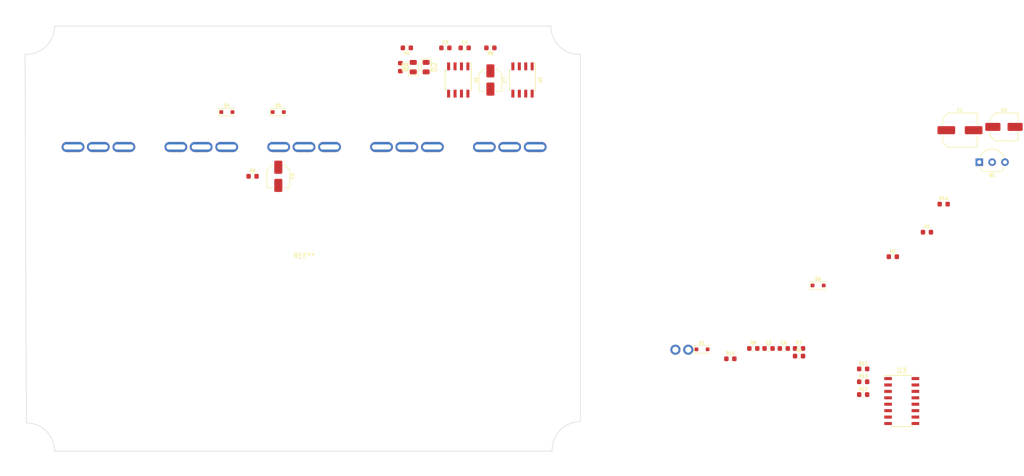
<source format=kicad_pcb>
(kicad_pcb (version 20171130) (host pcbnew "(5.0.2)-1")

  (general
    (thickness 1.6)
    (drawings 0)
    (tracks 0)
    (zones 0)
    (modules 39)
    (nets 29)
  )

  (page A4)
  (layers
    (0 F.Cu signal)
    (31 B.Cu signal)
    (32 B.Adhes user)
    (33 F.Adhes user)
    (34 B.Paste user)
    (35 F.Paste user)
    (36 B.SilkS user)
    (37 F.SilkS user)
    (38 B.Mask user)
    (39 F.Mask user)
    (40 Dwgs.User user)
    (41 Cmts.User user)
    (42 Eco1.User user)
    (43 Eco2.User user)
    (44 Edge.Cuts user)
    (45 Margin user)
    (46 B.CrtYd user)
    (47 F.CrtYd user)
    (48 B.Fab user)
    (49 F.Fab user)
  )

  (setup
    (last_trace_width 0.25)
    (trace_clearance 0.2)
    (zone_clearance 0.508)
    (zone_45_only no)
    (trace_min 0.2)
    (segment_width 0.2)
    (edge_width 0.15)
    (via_size 0.8)
    (via_drill 0.4)
    (via_min_size 0.4)
    (via_min_drill 0.3)
    (uvia_size 0.3)
    (uvia_drill 0.1)
    (uvias_allowed no)
    (uvia_min_size 0.2)
    (uvia_min_drill 0.1)
    (pcb_text_width 0.3)
    (pcb_text_size 1.5 1.5)
    (mod_edge_width 0.15)
    (mod_text_size 1 1)
    (mod_text_width 0.15)
    (pad_size 1.524 1.524)
    (pad_drill 0.762)
    (pad_to_mask_clearance 0.051)
    (solder_mask_min_width 0.25)
    (aux_axis_origin 0 0)
    (visible_elements 7FFFFFFF)
    (pcbplotparams
      (layerselection 0x010fc_ffffffff)
      (usegerberextensions false)
      (usegerberattributes false)
      (usegerberadvancedattributes false)
      (creategerberjobfile false)
      (excludeedgelayer true)
      (linewidth 0.050000)
      (plotframeref false)
      (viasonmask false)
      (mode 1)
      (useauxorigin false)
      (hpglpennumber 1)
      (hpglpenspeed 20)
      (hpglpendiameter 15.000000)
      (psnegative false)
      (psa4output false)
      (plotreference true)
      (plotvalue true)
      (plotinvisibletext false)
      (padsonsilk false)
      (subtractmaskfromsilk false)
      (outputformat 1)
      (mirror false)
      (drillshape 1)
      (scaleselection 1)
      (outputdirectory ""))
  )

  (net 0 "")
  (net 1 GND)
  (net 2 +9.0VDC)
  (net 3 VREF)
  (net 4 "Net-(D6-Pad1)")
  (net 5 "Net-(Q1-Pad3)")
  (net 6 "Net-(D6-Pad2)")
  (net 7 "Net-(C7-Pad1)")
  (net 8 "Net-(C5-Pad1)")
  (net 9 "Net-(R3-Pad1)")
  (net 10 "Net-(C2-Pad1)")
  (net 11 "Net-(C3-Pad1)")
  (net 12 "Net-(C4-Pad1)")
  (net 13 "Net-(R5-Pad1)")
  (net 14 "Net-(R6-Pad1)")
  (net 15 "Net-(C6-Pad1)")
  (net 16 "Net-(R12-Pad2)")
  (net 17 "Net-(C4-Pad2)")
  (net 18 "Net-(C8-Pad2)")
  (net 19 "Net-(R14-Pad1)")
  (net 20 "Net-(RV2-Pad3)")
  (net 21 "Net-(D4-Pad1)")
  (net 22 "Net-(D5-Pad2)")
  (net 23 "Net-(RV5-Pad2)")
  (net 24 "Net-(RV1-Pad2)")
  (net 25 "Net-(C3-Pad2)")
  (net 26 "Net-(D4-Pad2)")
  (net 27 "Net-(C6-Pad2)")
  (net 28 "Net-(U3-Pad2)")

  (net_class Default "This is the default net class."
    (clearance 0.2)
    (trace_width 0.25)
    (via_dia 0.8)
    (via_drill 0.4)
    (uvia_dia 0.3)
    (uvia_drill 0.1)
    (add_net +9.0VDC)
    (add_net GND)
    (add_net "Net-(C2-Pad1)")
    (add_net "Net-(C3-Pad1)")
    (add_net "Net-(C3-Pad2)")
    (add_net "Net-(C4-Pad1)")
    (add_net "Net-(C4-Pad2)")
    (add_net "Net-(C5-Pad1)")
    (add_net "Net-(C6-Pad1)")
    (add_net "Net-(C6-Pad2)")
    (add_net "Net-(C7-Pad1)")
    (add_net "Net-(C8-Pad2)")
    (add_net "Net-(D4-Pad1)")
    (add_net "Net-(D4-Pad2)")
    (add_net "Net-(D5-Pad2)")
    (add_net "Net-(D6-Pad1)")
    (add_net "Net-(D6-Pad2)")
    (add_net "Net-(Q1-Pad3)")
    (add_net "Net-(R12-Pad2)")
    (add_net "Net-(R14-Pad1)")
    (add_net "Net-(R3-Pad1)")
    (add_net "Net-(R5-Pad1)")
    (add_net "Net-(R6-Pad1)")
    (add_net "Net-(RV1-Pad2)")
    (add_net "Net-(RV2-Pad3)")
    (add_net "Net-(RV5-Pad2)")
    (add_net "Net-(U3-Pad2)")
    (add_net VREF)
  )

  (module LED_SMD:LED_0805_2012Metric (layer F.Cu) (tedit 5B36C52C) (tstamp 5C90CA26)
    (at 115.57 46.99 270)
    (descr "LED SMD 0805 (2012 Metric), square (rectangular) end terminal, IPC_7351 nominal, (Body size source: https://docs.google.com/spreadsheets/d/1BsfQQcO9C6DZCsRaXUlFlo91Tg2WpOkGARC1WS5S8t0/edit?usp=sharing), generated with kicad-footprint-generator")
    (tags diode)
    (path /5C77C913)
    (attr smd)
    (fp_text reference D2 (at 0 -1.65 270) (layer F.SilkS)
      (effects (font (size 1 1) (thickness 0.15)))
    )
    (fp_text value LED_ALT (at 0 1.65 270) (layer F.Fab)
      (effects (font (size 1 1) (thickness 0.15)))
    )
    (fp_text user %R (at 0 0 270) (layer F.Fab)
      (effects (font (size 0.5 0.5) (thickness 0.08)))
    )
    (fp_line (start 1.68 0.95) (end -1.68 0.95) (layer F.CrtYd) (width 0.05))
    (fp_line (start 1.68 -0.95) (end 1.68 0.95) (layer F.CrtYd) (width 0.05))
    (fp_line (start -1.68 -0.95) (end 1.68 -0.95) (layer F.CrtYd) (width 0.05))
    (fp_line (start -1.68 0.95) (end -1.68 -0.95) (layer F.CrtYd) (width 0.05))
    (fp_line (start -1.685 0.96) (end 1 0.96) (layer F.SilkS) (width 0.12))
    (fp_line (start -1.685 -0.96) (end -1.685 0.96) (layer F.SilkS) (width 0.12))
    (fp_line (start 1 -0.96) (end -1.685 -0.96) (layer F.SilkS) (width 0.12))
    (fp_line (start 1 0.6) (end 1 -0.6) (layer F.Fab) (width 0.1))
    (fp_line (start -1 0.6) (end 1 0.6) (layer F.Fab) (width 0.1))
    (fp_line (start -1 -0.3) (end -1 0.6) (layer F.Fab) (width 0.1))
    (fp_line (start -0.7 -0.6) (end -1 -0.3) (layer F.Fab) (width 0.1))
    (fp_line (start 1 -0.6) (end -0.7 -0.6) (layer F.Fab) (width 0.1))
    (pad 2 smd roundrect (at 0.9375 0 270) (size 0.975 1.4) (layers F.Cu F.Paste F.Mask) (roundrect_rratio 0.25)
      (net 1 GND))
    (pad 1 smd roundrect (at -0.9375 0 270) (size 0.975 1.4) (layers F.Cu F.Paste F.Mask) (roundrect_rratio 0.25)
      (net 11 "Net-(C3-Pad1)"))
    (model ${KISYS3DMOD}/LED_SMD.3dshapes/LED_0805_2012Metric.wrl
      (at (xyz 0 0 0))
      (scale (xyz 1 1 1))
      (rotate (xyz 0 0 0))
    )
  )

  (module LED_SMD:LED_0805_2012Metric (layer F.Cu) (tedit 5B36C52C) (tstamp 5C90CA13)
    (at 113.03 46.99 90)
    (descr "LED SMD 0805 (2012 Metric), square (rectangular) end terminal, IPC_7351 nominal, (Body size source: https://docs.google.com/spreadsheets/d/1BsfQQcO9C6DZCsRaXUlFlo91Tg2WpOkGARC1WS5S8t0/edit?usp=sharing), generated with kicad-footprint-generator")
    (tags diode)
    (path /5C77C95B)
    (attr smd)
    (fp_text reference D3 (at 0 -1.65 90) (layer F.SilkS)
      (effects (font (size 1 1) (thickness 0.15)))
    )
    (fp_text value LED_ALT (at 0 1.65 90) (layer F.Fab)
      (effects (font (size 1 1) (thickness 0.15)))
    )
    (fp_line (start 1 -0.6) (end -0.7 -0.6) (layer F.Fab) (width 0.1))
    (fp_line (start -0.7 -0.6) (end -1 -0.3) (layer F.Fab) (width 0.1))
    (fp_line (start -1 -0.3) (end -1 0.6) (layer F.Fab) (width 0.1))
    (fp_line (start -1 0.6) (end 1 0.6) (layer F.Fab) (width 0.1))
    (fp_line (start 1 0.6) (end 1 -0.6) (layer F.Fab) (width 0.1))
    (fp_line (start 1 -0.96) (end -1.685 -0.96) (layer F.SilkS) (width 0.12))
    (fp_line (start -1.685 -0.96) (end -1.685 0.96) (layer F.SilkS) (width 0.12))
    (fp_line (start -1.685 0.96) (end 1 0.96) (layer F.SilkS) (width 0.12))
    (fp_line (start -1.68 0.95) (end -1.68 -0.95) (layer F.CrtYd) (width 0.05))
    (fp_line (start -1.68 -0.95) (end 1.68 -0.95) (layer F.CrtYd) (width 0.05))
    (fp_line (start 1.68 -0.95) (end 1.68 0.95) (layer F.CrtYd) (width 0.05))
    (fp_line (start 1.68 0.95) (end -1.68 0.95) (layer F.CrtYd) (width 0.05))
    (fp_text user %R (at 0 0 90) (layer F.Fab)
      (effects (font (size 0.5 0.5) (thickness 0.08)))
    )
    (pad 1 smd roundrect (at -0.9375 0 90) (size 0.975 1.4) (layers F.Cu F.Paste F.Mask) (roundrect_rratio 0.25)
      (net 1 GND))
    (pad 2 smd roundrect (at 0.9375 0 90) (size 0.975 1.4) (layers F.Cu F.Paste F.Mask) (roundrect_rratio 0.25)
      (net 11 "Net-(C3-Pad1)"))
    (model ${KISYS3DMOD}/LED_SMD.3dshapes/LED_0805_2012Metric.wrl
      (at (xyz 0 0 0))
      (scale (xyz 1 1 1))
      (rotate (xyz 0 0 0))
    )
  )

  (module Package_SO:SOIC-16_3.9x9.9mm_P1.27mm (layer F.Cu) (tedit 5A02F2D3) (tstamp 5C90CA00)
    (at 209.55 113.03)
    (descr "16-Lead Plastic Small Outline (SL) - Narrow, 3.90 mm Body [SOIC] (see Microchip Packaging Specification 00000049BS.pdf)")
    (tags "SOIC 1.27")
    (path /5C77F605)
    (attr smd)
    (fp_text reference U3 (at 0 -6) (layer F.SilkS)
      (effects (font (size 1 1) (thickness 0.15)))
    )
    (fp_text value LM13700 (at 0 6) (layer F.Fab)
      (effects (font (size 1 1) (thickness 0.15)))
    )
    (fp_text user %R (at 0 0) (layer F.Fab)
      (effects (font (size 0.9 0.9) (thickness 0.135)))
    )
    (fp_line (start -0.95 -4.95) (end 1.95 -4.95) (layer F.Fab) (width 0.15))
    (fp_line (start 1.95 -4.95) (end 1.95 4.95) (layer F.Fab) (width 0.15))
    (fp_line (start 1.95 4.95) (end -1.95 4.95) (layer F.Fab) (width 0.15))
    (fp_line (start -1.95 4.95) (end -1.95 -3.95) (layer F.Fab) (width 0.15))
    (fp_line (start -1.95 -3.95) (end -0.95 -4.95) (layer F.Fab) (width 0.15))
    (fp_line (start -3.7 -5.25) (end -3.7 5.25) (layer F.CrtYd) (width 0.05))
    (fp_line (start 3.7 -5.25) (end 3.7 5.25) (layer F.CrtYd) (width 0.05))
    (fp_line (start -3.7 -5.25) (end 3.7 -5.25) (layer F.CrtYd) (width 0.05))
    (fp_line (start -3.7 5.25) (end 3.7 5.25) (layer F.CrtYd) (width 0.05))
    (fp_line (start -2.075 -5.075) (end -2.075 -5.05) (layer F.SilkS) (width 0.15))
    (fp_line (start 2.075 -5.075) (end 2.075 -4.97) (layer F.SilkS) (width 0.15))
    (fp_line (start 2.075 5.075) (end 2.075 4.97) (layer F.SilkS) (width 0.15))
    (fp_line (start -2.075 5.075) (end -2.075 4.97) (layer F.SilkS) (width 0.15))
    (fp_line (start -2.075 -5.075) (end 2.075 -5.075) (layer F.SilkS) (width 0.15))
    (fp_line (start -2.075 5.075) (end 2.075 5.075) (layer F.SilkS) (width 0.15))
    (fp_line (start -2.075 -5.05) (end -3.45 -5.05) (layer F.SilkS) (width 0.15))
    (pad 1 smd rect (at -2.7 -4.445) (size 1.5 0.6) (layers F.Cu F.Paste F.Mask)
      (net 5 "Net-(Q1-Pad3)"))
    (pad 2 smd rect (at -2.7 -3.175) (size 1.5 0.6) (layers F.Cu F.Paste F.Mask)
      (net 28 "Net-(U3-Pad2)"))
    (pad 3 smd rect (at -2.7 -1.905) (size 1.5 0.6) (layers F.Cu F.Paste F.Mask)
      (net 16 "Net-(R12-Pad2)"))
    (pad 4 smd rect (at -2.7 -0.635) (size 1.5 0.6) (layers F.Cu F.Paste F.Mask)
      (net 3 VREF))
    (pad 5 smd rect (at -2.7 0.635) (size 1.5 0.6) (layers F.Cu F.Paste F.Mask)
      (net 3 VREF))
    (pad 6 smd rect (at -2.7 1.905) (size 1.5 0.6) (layers F.Cu F.Paste F.Mask))
    (pad 7 smd rect (at -2.7 3.175) (size 1.5 0.6) (layers F.Cu F.Paste F.Mask))
    (pad 8 smd rect (at -2.7 4.445) (size 1.5 0.6) (layers F.Cu F.Paste F.Mask))
    (pad 9 smd rect (at 2.7 4.445) (size 1.5 0.6) (layers F.Cu F.Paste F.Mask))
    (pad 10 smd rect (at 2.7 3.175) (size 1.5 0.6) (layers F.Cu F.Paste F.Mask))
    (pad 11 smd rect (at 2.7 1.905) (size 1.5 0.6) (layers F.Cu F.Paste F.Mask))
    (pad 12 smd rect (at 2.7 0.635) (size 1.5 0.6) (layers F.Cu F.Paste F.Mask))
    (pad 13 smd rect (at 2.7 -0.635) (size 1.5 0.6) (layers F.Cu F.Paste F.Mask))
    (pad 14 smd rect (at 2.7 -1.905) (size 1.5 0.6) (layers F.Cu F.Paste F.Mask))
    (pad 15 smd rect (at 2.7 -3.175) (size 1.5 0.6) (layers F.Cu F.Paste F.Mask))
    (pad 16 smd rect (at 2.7 -4.445) (size 1.5 0.6) (layers F.Cu F.Paste F.Mask))
    (model ${KISYS3DMOD}/Package_SO.3dshapes/SOIC-16_3.9x9.9mm_P1.27mm.wrl
      (at (xyz 0 0 0))
      (scale (xyz 1 1 1))
      (rotate (xyz 0 0 0))
    )
  )

  (module SA_Capacitors_SMD:C_0603_1608M (layer F.Cu) (tedit 5C29EFC9) (tstamp 5C90C9DB)
    (at 119.38 43.18)
    (path /5C77C99E)
    (attr smd)
    (fp_text reference C3 (at 0 -1.1) (layer F.SilkS)
      (effects (font (size 0.6 0.6) (thickness 0.127)))
    )
    (fp_text value 10n (at 0 1) (layer F.Fab)
      (effects (font (size 0.3 0.3) (thickness 0.03)))
    )
    (fp_text user %R (at 0 0) (layer F.Fab)
      (effects (font (size 0.4 0.4) (thickness 0.05)))
    )
    (fp_line (start 1.48 0.73) (end -1.48 0.73) (layer F.CrtYd) (width 0.05))
    (fp_line (start 1.48 -0.73) (end 1.48 0.73) (layer F.CrtYd) (width 0.05))
    (fp_line (start -1.48 -0.73) (end 1.48 -0.73) (layer F.CrtYd) (width 0.05))
    (fp_line (start -1.48 0.73) (end -1.48 -0.73) (layer F.CrtYd) (width 0.05))
    (fp_line (start -0.162779 0.51) (end 0.162779 0.51) (layer F.SilkS) (width 0.12))
    (fp_line (start -0.162779 -0.51) (end 0.162779 -0.51) (layer F.SilkS) (width 0.12))
    (fp_line (start 0.8 0.4) (end -0.8 0.4) (layer F.Fab) (width 0.1))
    (fp_line (start 0.8 -0.4) (end 0.8 0.4) (layer F.Fab) (width 0.1))
    (fp_line (start -0.8 -0.4) (end 0.8 -0.4) (layer F.Fab) (width 0.1))
    (fp_line (start -0.8 0.4) (end -0.8 -0.4) (layer F.Fab) (width 0.1))
    (pad 2 smd roundrect (at 0.7875 0) (size 0.875 0.95) (layers F.Cu F.Paste F.Mask) (roundrect_rratio 0.25)
      (net 25 "Net-(C3-Pad2)"))
    (pad 1 smd roundrect (at -0.7875 0) (size 0.875 0.95) (layers F.Cu F.Paste F.Mask) (roundrect_rratio 0.25)
      (net 11 "Net-(C3-Pad1)"))
    (model ${SA_LIB_3DSHAPES}/Packages/C_0603_1608Metric.step
      (at (xyz 0 0 0))
      (scale (xyz 1 1 1))
      (rotate (xyz 0 0 0))
    )
  )

  (module SA_Capacitors_SMD:C_0603_1608M (layer F.Cu) (tedit 5C29EFC9) (tstamp 5C90C9CA)
    (at 123.19 43.18)
    (path /5C77CA9B)
    (attr smd)
    (fp_text reference C4 (at 0 -1.1) (layer F.SilkS)
      (effects (font (size 0.6 0.6) (thickness 0.127)))
    )
    (fp_text value 100p (at 0 1) (layer F.Fab)
      (effects (font (size 0.3 0.3) (thickness 0.03)))
    )
    (fp_line (start -0.8 0.4) (end -0.8 -0.4) (layer F.Fab) (width 0.1))
    (fp_line (start -0.8 -0.4) (end 0.8 -0.4) (layer F.Fab) (width 0.1))
    (fp_line (start 0.8 -0.4) (end 0.8 0.4) (layer F.Fab) (width 0.1))
    (fp_line (start 0.8 0.4) (end -0.8 0.4) (layer F.Fab) (width 0.1))
    (fp_line (start -0.162779 -0.51) (end 0.162779 -0.51) (layer F.SilkS) (width 0.12))
    (fp_line (start -0.162779 0.51) (end 0.162779 0.51) (layer F.SilkS) (width 0.12))
    (fp_line (start -1.48 0.73) (end -1.48 -0.73) (layer F.CrtYd) (width 0.05))
    (fp_line (start -1.48 -0.73) (end 1.48 -0.73) (layer F.CrtYd) (width 0.05))
    (fp_line (start 1.48 -0.73) (end 1.48 0.73) (layer F.CrtYd) (width 0.05))
    (fp_line (start 1.48 0.73) (end -1.48 0.73) (layer F.CrtYd) (width 0.05))
    (fp_text user %R (at 0 0) (layer F.Fab)
      (effects (font (size 0.4 0.4) (thickness 0.05)))
    )
    (pad 1 smd roundrect (at -0.7875 0) (size 0.875 0.95) (layers F.Cu F.Paste F.Mask) (roundrect_rratio 0.25)
      (net 12 "Net-(C4-Pad1)"))
    (pad 2 smd roundrect (at 0.7875 0) (size 0.875 0.95) (layers F.Cu F.Paste F.Mask) (roundrect_rratio 0.25)
      (net 17 "Net-(C4-Pad2)"))
    (model ${SA_LIB_3DSHAPES}/Packages/C_0603_1608Metric.step
      (at (xyz 0 0 0))
      (scale (xyz 1 1 1))
      (rotate (xyz 0 0 0))
    )
  )

  (module SA_Capacitors_SMD:C_0603_1608M (layer F.Cu) (tedit 5C29EFC9) (tstamp 5C90C9B9)
    (at 186.245001 102.635001)
    (path /5C77D2F5)
    (attr smd)
    (fp_text reference C6 (at 0 -1.1) (layer F.SilkS)
      (effects (font (size 0.6 0.6) (thickness 0.127)))
    )
    (fp_text value 100p (at 0 1) (layer F.Fab)
      (effects (font (size 0.3 0.3) (thickness 0.03)))
    )
    (fp_text user %R (at 0 0) (layer F.Fab)
      (effects (font (size 0.4 0.4) (thickness 0.05)))
    )
    (fp_line (start 1.48 0.73) (end -1.48 0.73) (layer F.CrtYd) (width 0.05))
    (fp_line (start 1.48 -0.73) (end 1.48 0.73) (layer F.CrtYd) (width 0.05))
    (fp_line (start -1.48 -0.73) (end 1.48 -0.73) (layer F.CrtYd) (width 0.05))
    (fp_line (start -1.48 0.73) (end -1.48 -0.73) (layer F.CrtYd) (width 0.05))
    (fp_line (start -0.162779 0.51) (end 0.162779 0.51) (layer F.SilkS) (width 0.12))
    (fp_line (start -0.162779 -0.51) (end 0.162779 -0.51) (layer F.SilkS) (width 0.12))
    (fp_line (start 0.8 0.4) (end -0.8 0.4) (layer F.Fab) (width 0.1))
    (fp_line (start 0.8 -0.4) (end 0.8 0.4) (layer F.Fab) (width 0.1))
    (fp_line (start -0.8 -0.4) (end 0.8 -0.4) (layer F.Fab) (width 0.1))
    (fp_line (start -0.8 0.4) (end -0.8 -0.4) (layer F.Fab) (width 0.1))
    (pad 2 smd roundrect (at 0.7875 0) (size 0.875 0.95) (layers F.Cu F.Paste F.Mask) (roundrect_rratio 0.25)
      (net 27 "Net-(C6-Pad2)"))
    (pad 1 smd roundrect (at -0.7875 0) (size 0.875 0.95) (layers F.Cu F.Paste F.Mask) (roundrect_rratio 0.25)
      (net 15 "Net-(C6-Pad1)"))
    (model ${SA_LIB_3DSHAPES}/Packages/C_0603_1608Metric.step
      (at (xyz 0 0 0))
      (scale (xyz 1 1 1))
      (rotate (xyz 0 0 0))
    )
  )

  (module SA_Capacitors_SMD:C_0603_1608M (layer F.Cu) (tedit 5C29EFC9) (tstamp 5C90C9A8)
    (at 183.235001 102.635001)
    (path /5C7B2C9C)
    (attr smd)
    (fp_text reference C2 (at 0 -1.1) (layer F.SilkS)
      (effects (font (size 0.6 0.6) (thickness 0.127)))
    )
    (fp_text value 100n (at 0 1) (layer F.Fab)
      (effects (font (size 0.3 0.3) (thickness 0.03)))
    )
    (fp_line (start -0.8 0.4) (end -0.8 -0.4) (layer F.Fab) (width 0.1))
    (fp_line (start -0.8 -0.4) (end 0.8 -0.4) (layer F.Fab) (width 0.1))
    (fp_line (start 0.8 -0.4) (end 0.8 0.4) (layer F.Fab) (width 0.1))
    (fp_line (start 0.8 0.4) (end -0.8 0.4) (layer F.Fab) (width 0.1))
    (fp_line (start -0.162779 -0.51) (end 0.162779 -0.51) (layer F.SilkS) (width 0.12))
    (fp_line (start -0.162779 0.51) (end 0.162779 0.51) (layer F.SilkS) (width 0.12))
    (fp_line (start -1.48 0.73) (end -1.48 -0.73) (layer F.CrtYd) (width 0.05))
    (fp_line (start -1.48 -0.73) (end 1.48 -0.73) (layer F.CrtYd) (width 0.05))
    (fp_line (start 1.48 -0.73) (end 1.48 0.73) (layer F.CrtYd) (width 0.05))
    (fp_line (start 1.48 0.73) (end -1.48 0.73) (layer F.CrtYd) (width 0.05))
    (fp_text user %R (at 0 0) (layer F.Fab)
      (effects (font (size 0.4 0.4) (thickness 0.05)))
    )
    (pad 1 smd roundrect (at -0.7875 0) (size 0.875 0.95) (layers F.Cu F.Paste F.Mask) (roundrect_rratio 0.25)
      (net 10 "Net-(C2-Pad1)"))
    (pad 2 smd roundrect (at 0.7875 0) (size 0.875 0.95) (layers F.Cu F.Paste F.Mask) (roundrect_rratio 0.25)
      (net 1 GND))
    (model ${SA_LIB_3DSHAPES}/Packages/C_0603_1608Metric.step
      (at (xyz 0 0 0))
      (scale (xyz 1 1 1))
      (rotate (xyz 0 0 0))
    )
  )

  (module SA_Capacitors_SMD:Nichicon_UWT1H010MCL1GB_1.0uF_50V_4.0x5.4mm (layer F.Cu) (tedit 5C25616E) (tstamp 5C90C997)
    (at 86.36 68.58 270)
    (descr "SMD capacitor, aluminum electrolytic, Panasonic A5 / Nichicon, 4.0x5.4mm")
    (tags "capacitor electrolytic")
    (path /5C78F9CB)
    (attr smd)
    (fp_text reference C5 (at 0 -2.8 270) (layer F.SilkS)
      (effects (font (size 0.6 0.6) (thickness 0.127)))
    )
    (fp_text value 1u (at 0 2.7 270) (layer F.Fab)
      (effects (font (size 0.3 0.3) (thickness 0.03)))
    )
    (fp_text user %R (at 0 0 270) (layer F.Fab)
      (effects (font (size 0.4 0.4) (thickness 0.05)))
    )
    (fp_line (start -3.35 1.05) (end -2.4 1.05) (layer F.CrtYd) (width 0.05))
    (fp_line (start -3.35 -1.05) (end -3.35 1.05) (layer F.CrtYd) (width 0.05))
    (fp_line (start -2.4 -1.05) (end -3.35 -1.05) (layer F.CrtYd) (width 0.05))
    (fp_line (start -2.4 1.05) (end -2.4 1.25) (layer F.CrtYd) (width 0.05))
    (fp_line (start -2.4 -1.25) (end -2.4 -1.05) (layer F.CrtYd) (width 0.05))
    (fp_line (start -2.4 -1.25) (end -1.25 -2.4) (layer F.CrtYd) (width 0.05))
    (fp_line (start -2.4 1.25) (end -1.25 2.4) (layer F.CrtYd) (width 0.05))
    (fp_line (start -1.25 -2.4) (end 2.4 -2.4) (layer F.CrtYd) (width 0.05))
    (fp_line (start -1.25 2.4) (end 2.4 2.4) (layer F.CrtYd) (width 0.05))
    (fp_line (start 2.4 1.05) (end 2.4 2.4) (layer F.CrtYd) (width 0.05))
    (fp_line (start 3.35 1.05) (end 2.4 1.05) (layer F.CrtYd) (width 0.05))
    (fp_line (start 3.35 -1.05) (end 3.35 1.05) (layer F.CrtYd) (width 0.05))
    (fp_line (start 2.4 -1.05) (end 3.35 -1.05) (layer F.CrtYd) (width 0.05))
    (fp_line (start 2.4 -2.4) (end 2.4 -1.05) (layer F.CrtYd) (width 0.05))
    (fp_line (start -2.26 1.195563) (end -1.195563 2.26) (layer F.SilkS) (width 0.12))
    (fp_line (start -2.26 -1.195563) (end -1.195563 -2.26) (layer F.SilkS) (width 0.12))
    (fp_line (start -2.26 -1.195563) (end -2.26 -1.06) (layer F.SilkS) (width 0.12))
    (fp_line (start -2.26 1.195563) (end -2.26 1.06) (layer F.SilkS) (width 0.12))
    (fp_line (start -1.195563 2.26) (end 2.26 2.26) (layer F.SilkS) (width 0.12))
    (fp_line (start -1.195563 -2.26) (end 2.26 -2.26) (layer F.SilkS) (width 0.12))
    (fp_line (start 2.26 -2.26) (end 2.26 -1.06) (layer F.SilkS) (width 0.12))
    (fp_line (start 2.26 2.26) (end 2.26 1.06) (layer F.SilkS) (width 0.12))
    (fp_line (start -1.374773 -1.2) (end -1.374773 -0.8) (layer F.Fab) (width 0.1))
    (fp_line (start -1.574773 -1) (end -1.174773 -1) (layer F.Fab) (width 0.1))
    (fp_line (start -2.15 1.15) (end -1.15 2.15) (layer F.Fab) (width 0.1))
    (fp_line (start -2.15 -1.15) (end -1.15 -2.15) (layer F.Fab) (width 0.1))
    (fp_line (start -2.15 -1.15) (end -2.15 1.15) (layer F.Fab) (width 0.1))
    (fp_line (start -1.15 2.15) (end 2.15 2.15) (layer F.Fab) (width 0.1))
    (fp_line (start -1.15 -2.15) (end 2.15 -2.15) (layer F.Fab) (width 0.1))
    (fp_line (start 2.15 -2.15) (end 2.15 2.15) (layer F.Fab) (width 0.1))
    (fp_circle (center 0 0) (end 2 0) (layer F.Fab) (width 0.1))
    (pad 2 smd roundrect (at 1.8 0 270) (size 2.6 1.6) (layers F.Cu F.Paste F.Mask) (roundrect_rratio 0.15625)
      (net 1 GND))
    (pad 1 smd roundrect (at -1.8 0 270) (size 2.6 1.6) (layers F.Cu F.Paste F.Mask) (roundrect_rratio 0.15625)
      (net 8 "Net-(C5-Pad1)"))
    (model ${SA_LIB_3DSHAPES}/Nichicon_UWT1H010MCL1GB_1.0uF_50V_4.0x5.4mm/Nichicon_UWT1H010MCL1GB_1.0uF_50V_4.0x5.4mm.step
      (at (xyz 0 0 0))
      (scale (xyz 1 1 1))
      (rotate (xyz 0 0 0))
    )
  )

  (module SA_Capacitors_SMD:Nichicon_UWT1H010MCL1GB_1.0uF_50V_4.0x5.4mm (layer F.Cu) (tedit 5C25616E) (tstamp 5C90C971)
    (at 128.27 49.53 270)
    (descr "SMD capacitor, aluminum electrolytic, Panasonic A5 / Nichicon, 4.0x5.4mm")
    (tags "capacitor electrolytic")
    (path /5C7920A0)
    (attr smd)
    (fp_text reference C7 (at 0 -2.8 270) (layer F.SilkS)
      (effects (font (size 0.6 0.6) (thickness 0.127)))
    )
    (fp_text value 1u (at 0 2.7 270) (layer F.Fab)
      (effects (font (size 0.3 0.3) (thickness 0.03)))
    )
    (fp_circle (center 0 0) (end 2 0) (layer F.Fab) (width 0.1))
    (fp_line (start 2.15 -2.15) (end 2.15 2.15) (layer F.Fab) (width 0.1))
    (fp_line (start -1.15 -2.15) (end 2.15 -2.15) (layer F.Fab) (width 0.1))
    (fp_line (start -1.15 2.15) (end 2.15 2.15) (layer F.Fab) (width 0.1))
    (fp_line (start -2.15 -1.15) (end -2.15 1.15) (layer F.Fab) (width 0.1))
    (fp_line (start -2.15 -1.15) (end -1.15 -2.15) (layer F.Fab) (width 0.1))
    (fp_line (start -2.15 1.15) (end -1.15 2.15) (layer F.Fab) (width 0.1))
    (fp_line (start -1.574773 -1) (end -1.174773 -1) (layer F.Fab) (width 0.1))
    (fp_line (start -1.374773 -1.2) (end -1.374773 -0.8) (layer F.Fab) (width 0.1))
    (fp_line (start 2.26 2.26) (end 2.26 1.06) (layer F.SilkS) (width 0.12))
    (fp_line (start 2.26 -2.26) (end 2.26 -1.06) (layer F.SilkS) (width 0.12))
    (fp_line (start -1.195563 -2.26) (end 2.26 -2.26) (layer F.SilkS) (width 0.12))
    (fp_line (start -1.195563 2.26) (end 2.26 2.26) (layer F.SilkS) (width 0.12))
    (fp_line (start -2.26 1.195563) (end -2.26 1.06) (layer F.SilkS) (width 0.12))
    (fp_line (start -2.26 -1.195563) (end -2.26 -1.06) (layer F.SilkS) (width 0.12))
    (fp_line (start -2.26 -1.195563) (end -1.195563 -2.26) (layer F.SilkS) (width 0.12))
    (fp_line (start -2.26 1.195563) (end -1.195563 2.26) (layer F.SilkS) (width 0.12))
    (fp_line (start 2.4 -2.4) (end 2.4 -1.05) (layer F.CrtYd) (width 0.05))
    (fp_line (start 2.4 -1.05) (end 3.35 -1.05) (layer F.CrtYd) (width 0.05))
    (fp_line (start 3.35 -1.05) (end 3.35 1.05) (layer F.CrtYd) (width 0.05))
    (fp_line (start 3.35 1.05) (end 2.4 1.05) (layer F.CrtYd) (width 0.05))
    (fp_line (start 2.4 1.05) (end 2.4 2.4) (layer F.CrtYd) (width 0.05))
    (fp_line (start -1.25 2.4) (end 2.4 2.4) (layer F.CrtYd) (width 0.05))
    (fp_line (start -1.25 -2.4) (end 2.4 -2.4) (layer F.CrtYd) (width 0.05))
    (fp_line (start -2.4 1.25) (end -1.25 2.4) (layer F.CrtYd) (width 0.05))
    (fp_line (start -2.4 -1.25) (end -1.25 -2.4) (layer F.CrtYd) (width 0.05))
    (fp_line (start -2.4 -1.25) (end -2.4 -1.05) (layer F.CrtYd) (width 0.05))
    (fp_line (start -2.4 1.05) (end -2.4 1.25) (layer F.CrtYd) (width 0.05))
    (fp_line (start -2.4 -1.05) (end -3.35 -1.05) (layer F.CrtYd) (width 0.05))
    (fp_line (start -3.35 -1.05) (end -3.35 1.05) (layer F.CrtYd) (width 0.05))
    (fp_line (start -3.35 1.05) (end -2.4 1.05) (layer F.CrtYd) (width 0.05))
    (fp_text user %R (at 0 0 270) (layer F.Fab)
      (effects (font (size 0.4 0.4) (thickness 0.05)))
    )
    (pad 1 smd roundrect (at -1.8 0 270) (size 2.6 1.6) (layers F.Cu F.Paste F.Mask) (roundrect_rratio 0.15625)
      (net 7 "Net-(C7-Pad1)"))
    (pad 2 smd roundrect (at 1.8 0 270) (size 2.6 1.6) (layers F.Cu F.Paste F.Mask) (roundrect_rratio 0.15625)
      (net 1 GND))
    (model ${SA_LIB_3DSHAPES}/Nichicon_UWT1H010MCL1GB_1.0uF_50V_4.0x5.4mm/Nichicon_UWT1H010MCL1GB_1.0uF_50V_4.0x5.4mm.step
      (at (xyz 0 0 0))
      (scale (xyz 1 1 1))
      (rotate (xyz 0 0 0))
    )
  )

  (module SA_Capacitors_SMD:Nichicon_UWT1V100MCL1GB_10uF_35V_5.0x5.4mm (layer F.Cu) (tedit 5C256183) (tstamp 5C90C94B)
    (at 229.755001 58.805001)
    (descr "SMD capacitor, aluminum electrolytic, Nichicon, 5.0x5.4mm")
    (tags "capacitor electrolytic")
    (path /5C780A0B)
    (attr smd)
    (fp_text reference C8 (at 0 -3.3) (layer F.SilkS)
      (effects (font (size 0.6 0.6) (thickness 0.127)))
    )
    (fp_text value 10u (at 0 3.2) (layer F.Fab)
      (effects (font (size 0.3 0.3) (thickness 0.03)))
    )
    (fp_circle (center 0 0) (end 2.5 0) (layer F.Fab) (width 0.1))
    (fp_line (start 2.65 -2.65) (end 2.65 2.65) (layer F.Fab) (width 0.1))
    (fp_line (start -1.65 -2.65) (end 2.65 -2.65) (layer F.Fab) (width 0.1))
    (fp_line (start -1.65 2.65) (end 2.65 2.65) (layer F.Fab) (width 0.1))
    (fp_line (start -2.65 -1.65) (end -2.65 1.65) (layer F.Fab) (width 0.1))
    (fp_line (start -2.65 -1.65) (end -1.65 -2.65) (layer F.Fab) (width 0.1))
    (fp_line (start -2.65 1.65) (end -1.65 2.65) (layer F.Fab) (width 0.1))
    (fp_line (start -2.033956 -1.2) (end -1.533956 -1.2) (layer F.Fab) (width 0.1))
    (fp_line (start -1.783956 -1.45) (end -1.783956 -0.95) (layer F.Fab) (width 0.1))
    (fp_line (start 2.76 2.76) (end 2.76 1.06) (layer F.SilkS) (width 0.12))
    (fp_line (start 2.76 -2.76) (end 2.76 -1.06) (layer F.SilkS) (width 0.12))
    (fp_line (start -1.695563 -2.76) (end 2.76 -2.76) (layer F.SilkS) (width 0.12))
    (fp_line (start -1.695563 2.76) (end 2.76 2.76) (layer F.SilkS) (width 0.12))
    (fp_line (start -2.76 1.695563) (end -2.76 1.06) (layer F.SilkS) (width 0.12))
    (fp_line (start -2.76 -1.695563) (end -2.76 -1.06) (layer F.SilkS) (width 0.12))
    (fp_line (start -2.76 -1.695563) (end -1.695563 -2.76) (layer F.SilkS) (width 0.12))
    (fp_line (start -2.76 1.695563) (end -1.695563 2.76) (layer F.SilkS) (width 0.12))
    (fp_line (start 2.9 -2.9) (end 2.9 -1.05) (layer F.CrtYd) (width 0.05))
    (fp_line (start 2.9 -1.05) (end 3.95 -1.05) (layer F.CrtYd) (width 0.05))
    (fp_line (start 3.95 -1.05) (end 3.95 1.05) (layer F.CrtYd) (width 0.05))
    (fp_line (start 3.95 1.05) (end 2.9 1.05) (layer F.CrtYd) (width 0.05))
    (fp_line (start 2.9 1.05) (end 2.9 2.9) (layer F.CrtYd) (width 0.05))
    (fp_line (start -1.75 2.9) (end 2.9 2.9) (layer F.CrtYd) (width 0.05))
    (fp_line (start -1.75 -2.9) (end 2.9 -2.9) (layer F.CrtYd) (width 0.05))
    (fp_line (start -2.9 1.75) (end -1.75 2.9) (layer F.CrtYd) (width 0.05))
    (fp_line (start -2.9 -1.75) (end -1.75 -2.9) (layer F.CrtYd) (width 0.05))
    (fp_line (start -2.9 -1.75) (end -2.9 -1.05) (layer F.CrtYd) (width 0.05))
    (fp_line (start -2.9 1.05) (end -2.9 1.75) (layer F.CrtYd) (width 0.05))
    (fp_line (start -2.9 -1.05) (end -3.95 -1.05) (layer F.CrtYd) (width 0.05))
    (fp_line (start -3.95 -1.05) (end -3.95 1.05) (layer F.CrtYd) (width 0.05))
    (fp_line (start -3.95 1.05) (end -2.9 1.05) (layer F.CrtYd) (width 0.05))
    (fp_text user %R (at 0 0) (layer F.Fab)
      (effects (font (size 0.4 0.4) (thickness 0.05)))
    )
    (pad 1 smd roundrect (at -2.2 0) (size 3 1.6) (layers F.Cu F.Paste F.Mask) (roundrect_rratio 0.15625)
      (net 17 "Net-(C4-Pad2)"))
    (pad 2 smd roundrect (at 2.2 0) (size 3 1.6) (layers F.Cu F.Paste F.Mask) (roundrect_rratio 0.15625)
      (net 18 "Net-(C8-Pad2)"))
    (model ${SA_LIB_3DSHAPES}/Nichicon_UWT1V100MCL1GB_10uF_35V_5.0x5.4mm/Nichicon_UWT1V100MCL1GB_10uF_35V_5.0x5.4mm.step
      (at (xyz 0 0 0))
      (scale (xyz 1 1 1))
      (rotate (xyz 0 0 0))
    )
  )

  (module SA_Capacitors_SMD:Nichicon_UWT1V470MCL1GS_47uF_35V_6.3x5.8mm (layer F.Cu) (tedit 5C2561B2) (tstamp 5C90C925)
    (at 221.055001 59.455001)
    (descr "SMD capacitor, aluminum electrolytic, Nichicon, 6.3x5.8mm")
    (tags "capacitor electrolytic")
    (path /5C7B2A35)
    (attr smd)
    (fp_text reference C1 (at 0 -4) (layer F.SilkS)
      (effects (font (size 0.6 0.6) (thickness 0.127)))
    )
    (fp_text value 47u (at 0 3.8) (layer F.Fab)
      (effects (font (size 0.3 0.3) (thickness 0.03)))
    )
    (fp_circle (center 0 0) (end 3.15 0) (layer F.Fab) (width 0.1))
    (fp_line (start 3.3 -3.3) (end 3.3 3.3) (layer F.Fab) (width 0.1))
    (fp_line (start -2.3 -3.3) (end 3.3 -3.3) (layer F.Fab) (width 0.1))
    (fp_line (start -2.3 3.3) (end 3.3 3.3) (layer F.Fab) (width 0.1))
    (fp_line (start -3.3 -2.3) (end -3.3 2.3) (layer F.Fab) (width 0.1))
    (fp_line (start -3.3 -2.3) (end -2.3 -3.3) (layer F.Fab) (width 0.1))
    (fp_line (start -3.3 2.3) (end -2.3 3.3) (layer F.Fab) (width 0.1))
    (fp_line (start -2.704838 -1.33) (end -2.074838 -1.33) (layer F.Fab) (width 0.1))
    (fp_line (start -2.389838 -1.645) (end -2.389838 -1.015) (layer F.Fab) (width 0.1))
    (fp_line (start 3.41 3.41) (end 3.41 1.06) (layer F.SilkS) (width 0.12))
    (fp_line (start 3.41 -3.41) (end 3.41 -1.06) (layer F.SilkS) (width 0.12))
    (fp_line (start -2.345563 -3.41) (end 3.41 -3.41) (layer F.SilkS) (width 0.12))
    (fp_line (start -2.345563 3.41) (end 3.41 3.41) (layer F.SilkS) (width 0.12))
    (fp_line (start -3.41 2.345563) (end -3.41 1.06) (layer F.SilkS) (width 0.12))
    (fp_line (start -3.41 -2.345563) (end -3.41 -1.06) (layer F.SilkS) (width 0.12))
    (fp_line (start -3.41 -2.345563) (end -2.345563 -3.41) (layer F.SilkS) (width 0.12))
    (fp_line (start -3.41 2.345563) (end -2.345563 3.41) (layer F.SilkS) (width 0.12))
    (fp_line (start 3.55 -3.55) (end 3.55 -1.05) (layer F.CrtYd) (width 0.05))
    (fp_line (start 3.55 -1.05) (end 4.7 -1.05) (layer F.CrtYd) (width 0.05))
    (fp_line (start 4.7 -1.05) (end 4.7 1.05) (layer F.CrtYd) (width 0.05))
    (fp_line (start 4.7 1.05) (end 3.55 1.05) (layer F.CrtYd) (width 0.05))
    (fp_line (start 3.55 1.05) (end 3.55 3.55) (layer F.CrtYd) (width 0.05))
    (fp_line (start -2.4 3.55) (end 3.55 3.55) (layer F.CrtYd) (width 0.05))
    (fp_line (start -2.4 -3.55) (end 3.55 -3.55) (layer F.CrtYd) (width 0.05))
    (fp_line (start -3.55 2.4) (end -2.4 3.55) (layer F.CrtYd) (width 0.05))
    (fp_line (start -3.55 -2.4) (end -2.4 -3.55) (layer F.CrtYd) (width 0.05))
    (fp_line (start -3.55 -2.4) (end -3.55 -1.05) (layer F.CrtYd) (width 0.05))
    (fp_line (start -3.55 1.05) (end -3.55 2.4) (layer F.CrtYd) (width 0.05))
    (fp_line (start -3.55 -1.05) (end -4.7 -1.05) (layer F.CrtYd) (width 0.05))
    (fp_line (start -4.7 -1.05) (end -4.7 1.05) (layer F.CrtYd) (width 0.05))
    (fp_line (start -4.7 1.05) (end -3.55 1.05) (layer F.CrtYd) (width 0.05))
    (fp_text user %R (at 0 0) (layer F.Fab)
      (effects (font (size 0.4 0.4) (thickness 0.05)))
    )
    (pad 1 smd roundrect (at -2.7 0) (size 3.5 1.6) (layers F.Cu F.Paste F.Mask) (roundrect_rratio 0.15625)
      (net 2 +9.0VDC))
    (pad 2 smd roundrect (at 2.7 0) (size 3.5 1.6) (layers F.Cu F.Paste F.Mask) (roundrect_rratio 0.15625)
      (net 1 GND))
    (model ${SA_LIB_3DSHAPES}/Nichicon_UWT1V470MCL1GS_47uF_35V_6.3x5.8mm/Nichicon_UWT1V470MCL1GS_47uF_35V_6.3x5.8mm.step
      (at (xyz 0 0 0))
      (scale (xyz 1 1 1))
      (rotate (xyz 0 0 0))
    )
  )

  (module SA_Connectors_Wire:Wire_Pad_2x_1.2mm_Hole_2.0_Annular_2.54mm_Pitch (layer F.Cu) (tedit 5C595A30) (tstamp 5C90C8FF)
    (at 166.1 102.88)
    (path /5C77D52E)
    (fp_text reference SW1 (at 0 0.5) (layer F.SilkS) hide
      (effects (font (size 0.5 0.5) (thickness 0.05)))
    )
    (fp_text value SW_BRIGHT (at 0 -0.5) (layer F.Fab) hide
      (effects (font (size 0.5 0.5) (thickness 0.05)))
    )
    (pad 1 thru_hole circle (at -1.27 0) (size 2 2) (drill 1.2) (layers *.Cu *.Mask)
      (net 27 "Net-(C6-Pad2)"))
    (pad 2 thru_hole circle (at 1.27 0) (size 2 2) (drill 1.2) (layers *.Cu *.Mask)
      (net 3 VREF))
  )

  (module SA_Diodes_SMD:ON_Semi_1N4148WS_SOD-323F-2 (layer F.Cu) (tedit 5C2425F3) (tstamp 5C90C8F9)
    (at 170.095001 102.805001)
    (path /5C7B295E)
    (attr smd)
    (fp_text reference D1 (at 0 -1.3) (layer F.SilkS)
      (effects (font (size 0.6 0.6) (thickness 0.127)))
    )
    (fp_text value D_ALT (at 0 1.15) (layer F.Fab)
      (effects (font (size 0.3 0.3) (thickness 0.03)))
    )
    (fp_text user %R (at 0 0 180) (layer F.Fab)
      (effects (font (size 0.4 0.4) (thickness 0.05)))
    )
    (fp_line (start -1.6 -0.75) (end -1.6 0.75) (layer F.SilkS) (width 0.12))
    (fp_line (start -0.6375 -0.6) (end -0.6375 0.6) (layer F.Fab) (width 0.1))
    (fp_line (start -1.7 -0.9) (end 1.7 -0.9) (layer F.CrtYd) (width 0.05))
    (fp_line (start 1.7 -0.9) (end 1.7 0.9) (layer F.CrtYd) (width 0.05))
    (fp_line (start -1.7 0.9) (end 1.7 0.9) (layer F.CrtYd) (width 0.05))
    (fp_line (start -1.7 -0.9) (end -1.7 0.9) (layer F.CrtYd) (width 0.05))
    (fp_line (start -1.6 0.75) (end 1.6 0.75) (layer F.SilkS) (width 0.12))
    (fp_line (start -1.6 -0.75) (end 1.6 -0.75) (layer F.SilkS) (width 0.12))
    (fp_line (start -0.85 -0.625) (end -0.85 0.625) (layer F.Fab) (width 0.1))
    (fp_line (start -0.85 0.625) (end 0.85 0.625) (layer F.Fab) (width 0.1))
    (fp_line (start 0.85 0.625) (end 0.85 -0.625) (layer F.Fab) (width 0.1))
    (fp_line (start 0.85 -0.625) (end -0.85 -0.625) (layer F.Fab) (width 0.1))
    (pad 1 smd roundrect (at -1.1 0) (size 0.75 0.75) (layers F.Cu F.Paste F.Mask) (roundrect_rratio 0.25)
      (net 2 +9.0VDC))
    (pad 2 smd roundrect (at 1.1 0) (size 0.75 0.75) (layers F.Cu F.Paste F.Mask) (roundrect_rratio 0.25)
      (net 1 GND))
    (model ${SA_LIB_3DSHAPES}/ON_Semi_1N4148WS_SOD-323F-2/ON_Semi_1N4148WS_SOD-323F-2.step
      (at (xyz 0 0 0))
      (scale (xyz 1 1 1))
      (rotate (xyz 0 0 0))
    )
  )

  (module SA_Diodes_SMD:ON_Semi_1N4148WS_SOD-323F-2 (layer F.Cu) (tedit 5C2425F3) (tstamp 5C90C8E6)
    (at 76.2 55.88)
    (path /5C786BD8)
    (attr smd)
    (fp_text reference D4 (at 0 -1.3) (layer F.SilkS)
      (effects (font (size 0.6 0.6) (thickness 0.127)))
    )
    (fp_text value D_ALT (at 0 1.15) (layer F.Fab)
      (effects (font (size 0.3 0.3) (thickness 0.03)))
    )
    (fp_line (start 0.85 -0.625) (end -0.85 -0.625) (layer F.Fab) (width 0.1))
    (fp_line (start 0.85 0.625) (end 0.85 -0.625) (layer F.Fab) (width 0.1))
    (fp_line (start -0.85 0.625) (end 0.85 0.625) (layer F.Fab) (width 0.1))
    (fp_line (start -0.85 -0.625) (end -0.85 0.625) (layer F.Fab) (width 0.1))
    (fp_line (start -1.6 -0.75) (end 1.6 -0.75) (layer F.SilkS) (width 0.12))
    (fp_line (start -1.6 0.75) (end 1.6 0.75) (layer F.SilkS) (width 0.12))
    (fp_line (start -1.7 -0.9) (end -1.7 0.9) (layer F.CrtYd) (width 0.05))
    (fp_line (start -1.7 0.9) (end 1.7 0.9) (layer F.CrtYd) (width 0.05))
    (fp_line (start 1.7 -0.9) (end 1.7 0.9) (layer F.CrtYd) (width 0.05))
    (fp_line (start -1.7 -0.9) (end 1.7 -0.9) (layer F.CrtYd) (width 0.05))
    (fp_line (start -0.6375 -0.6) (end -0.6375 0.6) (layer F.Fab) (width 0.1))
    (fp_line (start -1.6 -0.75) (end -1.6 0.75) (layer F.SilkS) (width 0.12))
    (fp_text user %R (at 0 0 180) (layer F.Fab)
      (effects (font (size 0.4 0.4) (thickness 0.05)))
    )
    (pad 2 smd roundrect (at 1.1 0) (size 0.75 0.75) (layers F.Cu F.Paste F.Mask) (roundrect_rratio 0.25)
      (net 26 "Net-(D4-Pad2)"))
    (pad 1 smd roundrect (at -1.1 0) (size 0.75 0.75) (layers F.Cu F.Paste F.Mask) (roundrect_rratio 0.25)
      (net 21 "Net-(D4-Pad1)"))
    (model ${SA_LIB_3DSHAPES}/ON_Semi_1N4148WS_SOD-323F-2/ON_Semi_1N4148WS_SOD-323F-2.step
      (at (xyz 0 0 0))
      (scale (xyz 1 1 1))
      (rotate (xyz 0 0 0))
    )
  )

  (module SA_Diodes_SMD:ON_Semi_1N4148WS_SOD-323F-2 (layer F.Cu) (tedit 5C2425F3) (tstamp 5C90C8D3)
    (at 86.36 55.88)
    (path /5C786C5B)
    (attr smd)
    (fp_text reference D5 (at 0 -1.3) (layer F.SilkS)
      (effects (font (size 0.6 0.6) (thickness 0.127)))
    )
    (fp_text value D_ALT (at 0 1.15) (layer F.Fab)
      (effects (font (size 0.3 0.3) (thickness 0.03)))
    )
    (fp_text user %R (at 0 0 180) (layer F.Fab)
      (effects (font (size 0.4 0.4) (thickness 0.05)))
    )
    (fp_line (start -1.6 -0.75) (end -1.6 0.75) (layer F.SilkS) (width 0.12))
    (fp_line (start -0.6375 -0.6) (end -0.6375 0.6) (layer F.Fab) (width 0.1))
    (fp_line (start -1.7 -0.9) (end 1.7 -0.9) (layer F.CrtYd) (width 0.05))
    (fp_line (start 1.7 -0.9) (end 1.7 0.9) (layer F.CrtYd) (width 0.05))
    (fp_line (start -1.7 0.9) (end 1.7 0.9) (layer F.CrtYd) (width 0.05))
    (fp_line (start -1.7 -0.9) (end -1.7 0.9) (layer F.CrtYd) (width 0.05))
    (fp_line (start -1.6 0.75) (end 1.6 0.75) (layer F.SilkS) (width 0.12))
    (fp_line (start -1.6 -0.75) (end 1.6 -0.75) (layer F.SilkS) (width 0.12))
    (fp_line (start -0.85 -0.625) (end -0.85 0.625) (layer F.Fab) (width 0.1))
    (fp_line (start -0.85 0.625) (end 0.85 0.625) (layer F.Fab) (width 0.1))
    (fp_line (start 0.85 0.625) (end 0.85 -0.625) (layer F.Fab) (width 0.1))
    (fp_line (start 0.85 -0.625) (end -0.85 -0.625) (layer F.Fab) (width 0.1))
    (pad 1 smd roundrect (at -1.1 0) (size 0.75 0.75) (layers F.Cu F.Paste F.Mask) (roundrect_rratio 0.25)
      (net 26 "Net-(D4-Pad2)"))
    (pad 2 smd roundrect (at 1.1 0) (size 0.75 0.75) (layers F.Cu F.Paste F.Mask) (roundrect_rratio 0.25)
      (net 22 "Net-(D5-Pad2)"))
    (model ${SA_LIB_3DSHAPES}/ON_Semi_1N4148WS_SOD-323F-2/ON_Semi_1N4148WS_SOD-323F-2.step
      (at (xyz 0 0 0))
      (scale (xyz 1 1 1))
      (rotate (xyz 0 0 0))
    )
  )

  (module SA_Diodes_SMD:ON_Semi_1N4148WS_SOD-323F-2 (layer F.Cu) (tedit 5C2425F3) (tstamp 5C90C8C0)
    (at 193.04 90.17)
    (path /5C793CD0)
    (attr smd)
    (fp_text reference D6 (at 0 -1.3) (layer F.SilkS)
      (effects (font (size 0.6 0.6) (thickness 0.127)))
    )
    (fp_text value D_ALT (at 0 1.15) (layer F.Fab)
      (effects (font (size 0.3 0.3) (thickness 0.03)))
    )
    (fp_line (start 0.85 -0.625) (end -0.85 -0.625) (layer F.Fab) (width 0.1))
    (fp_line (start 0.85 0.625) (end 0.85 -0.625) (layer F.Fab) (width 0.1))
    (fp_line (start -0.85 0.625) (end 0.85 0.625) (layer F.Fab) (width 0.1))
    (fp_line (start -0.85 -0.625) (end -0.85 0.625) (layer F.Fab) (width 0.1))
    (fp_line (start -1.6 -0.75) (end 1.6 -0.75) (layer F.SilkS) (width 0.12))
    (fp_line (start -1.6 0.75) (end 1.6 0.75) (layer F.SilkS) (width 0.12))
    (fp_line (start -1.7 -0.9) (end -1.7 0.9) (layer F.CrtYd) (width 0.05))
    (fp_line (start -1.7 0.9) (end 1.7 0.9) (layer F.CrtYd) (width 0.05))
    (fp_line (start 1.7 -0.9) (end 1.7 0.9) (layer F.CrtYd) (width 0.05))
    (fp_line (start -1.7 -0.9) (end 1.7 -0.9) (layer F.CrtYd) (width 0.05))
    (fp_line (start -0.6375 -0.6) (end -0.6375 0.6) (layer F.Fab) (width 0.1))
    (fp_line (start -1.6 -0.75) (end -1.6 0.75) (layer F.SilkS) (width 0.12))
    (fp_text user %R (at 0 0 180) (layer F.Fab)
      (effects (font (size 0.4 0.4) (thickness 0.05)))
    )
    (pad 2 smd roundrect (at 1.1 0) (size 0.75 0.75) (layers F.Cu F.Paste F.Mask) (roundrect_rratio 0.25)
      (net 6 "Net-(D6-Pad2)"))
    (pad 1 smd roundrect (at -1.1 0) (size 0.75 0.75) (layers F.Cu F.Paste F.Mask) (roundrect_rratio 0.25)
      (net 4 "Net-(D6-Pad1)"))
    (model ${SA_LIB_3DSHAPES}/ON_Semi_1N4148WS_SOD-323F-2/ON_Semi_1N4148WS_SOD-323F-2.step
      (at (xyz 0 0 0))
      (scale (xyz 1 1 1))
      (rotate (xyz 0 0 0))
    )
  )

  (module SA_Packages:SOIC-8_3.9x4.9mm_P1.27mm (layer F.Cu) (tedit 5C53249A) (tstamp 5C90C8AD)
    (at 134.62 49.53 270)
    (descr "8-Lead Plastic Small Outline (SN) - Narrow, 3.90 mm Body [SOIC] (see Microchip Packaging Specification http://ww1.microchip.com/downloads/en/PackagingSpec/00000049BQ.pdf)")
    (tags "SOIC 1.27")
    (path /5C7843C6)
    (attr smd)
    (fp_text reference U2 (at 0 -3.5 270) (layer F.SilkS)
      (effects (font (size 0.6 0.6) (thickness 0.15)))
    )
    (fp_text value TL072 (at 0 3.5 270) (layer F.Fab)
      (effects (font (size 1 1) (thickness 0.15)))
    )
    (fp_line (start -2.075 -2.525) (end -3.475 -2.525) (layer F.SilkS) (width 0.15))
    (fp_line (start -2.075 2.575) (end 2.075 2.575) (layer F.SilkS) (width 0.15))
    (fp_line (start -2.075 -2.575) (end 2.075 -2.575) (layer F.SilkS) (width 0.15))
    (fp_line (start -2.075 2.575) (end -2.075 2.43) (layer F.SilkS) (width 0.15))
    (fp_line (start 2.075 2.575) (end 2.075 2.43) (layer F.SilkS) (width 0.15))
    (fp_line (start 2.075 -2.575) (end 2.075 -2.43) (layer F.SilkS) (width 0.15))
    (fp_line (start -2.075 -2.575) (end -2.075 -2.525) (layer F.SilkS) (width 0.15))
    (fp_line (start -3.73 2.7) (end 3.73 2.7) (layer F.CrtYd) (width 0.05))
    (fp_line (start -3.73 -2.7) (end 3.73 -2.7) (layer F.CrtYd) (width 0.05))
    (fp_line (start 3.73 -2.7) (end 3.73 2.7) (layer F.CrtYd) (width 0.05))
    (fp_line (start -3.73 -2.7) (end -3.73 2.7) (layer F.CrtYd) (width 0.05))
    (fp_line (start -1.95 -1.45) (end -0.95 -2.45) (layer F.Fab) (width 0.1))
    (fp_line (start -1.95 2.45) (end -1.95 -1.45) (layer F.Fab) (width 0.1))
    (fp_line (start 1.95 2.45) (end -1.95 2.45) (layer F.Fab) (width 0.1))
    (fp_line (start 1.95 -2.45) (end 1.95 2.45) (layer F.Fab) (width 0.1))
    (fp_line (start -0.95 -2.45) (end 1.95 -2.45) (layer F.Fab) (width 0.1))
    (fp_text user %R (at 0 0 270) (layer F.Fab)
      (effects (font (size 1 1) (thickness 0.15)))
    )
    (pad 8 smd rect (at 2.7 -1.905 270) (size 1.55 0.6) (layers F.Cu F.Paste F.Mask))
    (pad 7 smd rect (at 2.7 -0.635 270) (size 1.55 0.6) (layers F.Cu F.Paste F.Mask)
      (net 26 "Net-(D4-Pad2)"))
    (pad 6 smd rect (at 2.7 0.635 270) (size 1.55 0.6) (layers F.Cu F.Paste F.Mask)
      (net 21 "Net-(D4-Pad1)"))
    (pad 5 smd rect (at 2.7 1.905 270) (size 1.55 0.6) (layers F.Cu F.Paste F.Mask)
      (net 24 "Net-(RV1-Pad2)"))
    (pad 4 smd rect (at -2.7 1.905 270) (size 1.55 0.6) (layers F.Cu F.Paste F.Mask))
    (pad 3 smd rect (at -2.7 0.635 270) (size 1.55 0.6) (layers F.Cu F.Paste F.Mask)
      (net 7 "Net-(C7-Pad1)"))
    (pad 2 smd rect (at -2.7 -0.635 270) (size 1.55 0.6) (layers F.Cu F.Paste F.Mask)
      (net 4 "Net-(D6-Pad1)"))
    (pad 1 smd rect (at -2.7 -1.905 270) (size 1.55 0.6) (layers F.Cu F.Paste F.Mask)
      (net 6 "Net-(D6-Pad2)"))
    (model ${SA_LIB_3DSHAPES}/Packages/SOIC-8_3.9x4.9mm_P1.27mm.step
      (at (xyz 0 0 0))
      (scale (xyz 1 1 1))
      (rotate (xyz 0 0 0))
    )
  )

  (module SA_Packages:SOIC-8_3.9x4.9mm_P1.27mm (layer F.Cu) (tedit 5C53249A) (tstamp 5C90C890)
    (at 121.92 49.53 270)
    (descr "8-Lead Plastic Small Outline (SN) - Narrow, 3.90 mm Body [SOIC] (see Microchip Packaging Specification http://ww1.microchip.com/downloads/en/PackagingSpec/00000049BQ.pdf)")
    (tags "SOIC 1.27")
    (path /5C77CA56)
    (attr smd)
    (fp_text reference U1 (at 0 -3.5 270) (layer F.SilkS)
      (effects (font (size 0.6 0.6) (thickness 0.15)))
    )
    (fp_text value TL072 (at 0 3.5 270) (layer F.Fab)
      (effects (font (size 1 1) (thickness 0.15)))
    )
    (fp_text user %R (at 0 0 270) (layer F.Fab)
      (effects (font (size 1 1) (thickness 0.15)))
    )
    (fp_line (start -0.95 -2.45) (end 1.95 -2.45) (layer F.Fab) (width 0.1))
    (fp_line (start 1.95 -2.45) (end 1.95 2.45) (layer F.Fab) (width 0.1))
    (fp_line (start 1.95 2.45) (end -1.95 2.45) (layer F.Fab) (width 0.1))
    (fp_line (start -1.95 2.45) (end -1.95 -1.45) (layer F.Fab) (width 0.1))
    (fp_line (start -1.95 -1.45) (end -0.95 -2.45) (layer F.Fab) (width 0.1))
    (fp_line (start -3.73 -2.7) (end -3.73 2.7) (layer F.CrtYd) (width 0.05))
    (fp_line (start 3.73 -2.7) (end 3.73 2.7) (layer F.CrtYd) (width 0.05))
    (fp_line (start -3.73 -2.7) (end 3.73 -2.7) (layer F.CrtYd) (width 0.05))
    (fp_line (start -3.73 2.7) (end 3.73 2.7) (layer F.CrtYd) (width 0.05))
    (fp_line (start -2.075 -2.575) (end -2.075 -2.525) (layer F.SilkS) (width 0.15))
    (fp_line (start 2.075 -2.575) (end 2.075 -2.43) (layer F.SilkS) (width 0.15))
    (fp_line (start 2.075 2.575) (end 2.075 2.43) (layer F.SilkS) (width 0.15))
    (fp_line (start -2.075 2.575) (end -2.075 2.43) (layer F.SilkS) (width 0.15))
    (fp_line (start -2.075 -2.575) (end 2.075 -2.575) (layer F.SilkS) (width 0.15))
    (fp_line (start -2.075 2.575) (end 2.075 2.575) (layer F.SilkS) (width 0.15))
    (fp_line (start -2.075 -2.525) (end -3.475 -2.525) (layer F.SilkS) (width 0.15))
    (pad 1 smd rect (at -2.7 -1.905 270) (size 1.55 0.6) (layers F.Cu F.Paste F.Mask)
      (net 17 "Net-(C4-Pad2)"))
    (pad 2 smd rect (at -2.7 -0.635 270) (size 1.55 0.6) (layers F.Cu F.Paste F.Mask)
      (net 12 "Net-(C4-Pad1)"))
    (pad 3 smd rect (at -2.7 0.635 270) (size 1.55 0.6) (layers F.Cu F.Paste F.Mask)
      (net 25 "Net-(C3-Pad2)"))
    (pad 4 smd rect (at -2.7 1.905 270) (size 1.55 0.6) (layers F.Cu F.Paste F.Mask))
    (pad 5 smd rect (at 2.7 1.905 270) (size 1.55 0.6) (layers F.Cu F.Paste F.Mask)
      (net 10 "Net-(C2-Pad1)"))
    (pad 6 smd rect (at 2.7 0.635 270) (size 1.55 0.6) (layers F.Cu F.Paste F.Mask)
      (net 3 VREF))
    (pad 7 smd rect (at 2.7 -0.635 270) (size 1.55 0.6) (layers F.Cu F.Paste F.Mask)
      (net 3 VREF))
    (pad 8 smd rect (at 2.7 -1.905 270) (size 1.55 0.6) (layers F.Cu F.Paste F.Mask))
    (model ${SA_LIB_3DSHAPES}/Packages/SOIC-8_3.9x4.9mm_P1.27mm.step
      (at (xyz 0 0 0))
      (scale (xyz 1 1 1))
      (rotate (xyz 0 0 0))
    )
  )

  (module SA_Potentiometers_THT:Alpha_Taiwan_RV16AF-10_THT (layer F.Cu) (tedit 5C7D23B7) (tstamp 5C90C873)
    (at 132.08 49.53)
    (path /5C784489)
    (fp_text reference RV1 (at 0 -10.2) (layer F.Fab)
      (effects (font (size 0.5 0.5) (thickness 0.05)))
    )
    (fp_text value 1M (at 0 -9.5) (layer F.Fab)
      (effects (font (size 0.5 0.5) (thickness 0.05)))
    )
    (fp_line (start 7.5 11.5) (end 7.5 4) (layer F.Fab) (width 0.15))
    (fp_line (start -7.5 11.5) (end -7.5 4) (layer F.Fab) (width 0.15))
    (fp_circle (center 0 0) (end 3 0) (layer F.Fab) (width 0.15))
    (fp_circle (center 0 0) (end 8.5 0) (layer F.Fab) (width 0.15))
    (fp_line (start 0 0) (end 0 -8.7) (layer F.Fab) (width 0.1))
    (fp_line (start -8.7 0) (end 8.7 0) (layer F.Fab) (width 0.1))
    (fp_line (start 0 0) (end 0 13.7) (layer F.Fab) (width 0.1))
    (fp_line (start -7.2 -1.4) (end -8.4 -1.4) (layer F.Fab) (width 0.1))
    (fp_line (start -8.4 -1.4) (end -8.4 1.4) (layer F.Fab) (width 0.1))
    (fp_line (start -8.4 1.4) (end -7.2 1.4) (layer F.Fab) (width 0.1))
    (fp_line (start -7.2 1.4) (end -7.2 -1.4) (layer F.Fab) (width 0.1))
    (fp_line (start -7.8 -0.2) (end -7.8 0.2) (layer F.Fab) (width 0.1))
    (fp_line (start 5 12.8) (end 5 13.2) (layer F.Fab) (width 0.1))
    (fp_line (start -5 12.8) (end -5 13.2) (layer F.Fab) (width 0.1))
    (fp_line (start -6.5 13.5) (end -3.5 13.5) (layer F.Fab) (width 0.1))
    (fp_line (start -3.5 13.5) (end -3.5 13) (layer F.Fab) (width 0.1))
    (fp_line (start -6.5 13.5) (end -6.5 13) (layer F.Fab) (width 0.1))
    (fp_line (start -5 13.2) (end -5 13.7) (layer F.Fab) (width 0.1))
    (fp_line (start 1.5 13.5) (end -1.5 13.5) (layer F.Fab) (width 0.1))
    (fp_line (start -1.5 13.5) (end -1.5 13) (layer F.Fab) (width 0.1))
    (fp_line (start 1.5 13) (end 1.5 13.5) (layer F.Fab) (width 0.1))
    (fp_line (start 6.5 13) (end 6.5 13.5) (layer F.Fab) (width 0.1))
    (fp_line (start 6.5 13.5) (end 3.5 13.5) (layer F.Fab) (width 0.1))
    (fp_line (start 3.5 13.5) (end 3.5 13) (layer F.Fab) (width 0.1))
    (fp_line (start 5 13.2) (end 5 13.7) (layer F.Fab) (width 0.1))
    (fp_line (start -7.5 11.5) (end 7.5 11.5) (layer F.Fab) (width 0.15))
    (fp_line (start 5.75 13) (end 5.75 11.5) (layer F.Fab) (width 0.15))
    (fp_line (start 4.3 13) (end 4.3 11.5) (layer F.Fab) (width 0.15))
    (fp_line (start 0.75 13) (end 0.75 11.5) (layer F.Fab) (width 0.15))
    (fp_line (start -0.75 13) (end -0.75 11.5) (layer F.Fab) (width 0.15))
    (fp_line (start -4.25 13) (end -4.25 11.5) (layer F.Fab) (width 0.15))
    (fp_line (start -5.75 13) (end -5.75 11.5) (layer F.Fab) (width 0.15))
    (fp_line (start -6.5 13) (end -5.75 13) (layer F.Fab) (width 0.15))
    (fp_line (start -4.25 13) (end -3.5 13) (layer F.Fab) (width 0.15))
    (fp_line (start -0.75 13) (end -1.5 13) (layer F.Fab) (width 0.15))
    (fp_line (start 0.75 13) (end 1.5 13) (layer F.Fab) (width 0.15))
    (fp_line (start 3.5 13) (end 4.3 13) (layer F.Fab) (width 0.15))
    (fp_line (start 6.5 13) (end 5.75 13) (layer F.Fab) (width 0.15))
    (pad 1 thru_hole oval (at -5 13.25) (size 4.5 2) (drill oval 3.75 1) (layers *.Cu *.Mask)
      (net 3 VREF))
    (pad 2 thru_hole oval (at 0 13.25) (size 4.5 2) (drill oval 3.75 1) (layers *.Cu *.Mask)
      (net 24 "Net-(RV1-Pad2)"))
    (pad 3 thru_hole oval (at 5.05 13.25) (size 4.5 2) (drill oval 3.75 1) (layers *.Cu *.Mask)
      (net 25 "Net-(C3-Pad2)"))
    (model ${SA_LIB_3DSHAPES}/Alpha_Taiwan_RV16AF-10/Alpha_Taiwan_RV16AF-10.step
      (at (xyz 0 0 0))
      (scale (xyz 1 1 1))
      (rotate (xyz 0 0 0))
    )
  )

  (module SA_Potentiometers_THT:Alpha_Taiwan_RV16AF-10_THT (layer F.Cu) (tedit 5C7D23B7) (tstamp 5C90C846)
    (at 50.8 49.53)
    (path /5C78148B)
    (fp_text reference RV5 (at 0 -10.2) (layer F.Fab)
      (effects (font (size 0.5 0.5) (thickness 0.05)))
    )
    (fp_text value 10k (at 0 -9.5) (layer F.Fab)
      (effects (font (size 0.5 0.5) (thickness 0.05)))
    )
    (fp_line (start 6.5 13) (end 5.75 13) (layer F.Fab) (width 0.15))
    (fp_line (start 3.5 13) (end 4.3 13) (layer F.Fab) (width 0.15))
    (fp_line (start 0.75 13) (end 1.5 13) (layer F.Fab) (width 0.15))
    (fp_line (start -0.75 13) (end -1.5 13) (layer F.Fab) (width 0.15))
    (fp_line (start -4.25 13) (end -3.5 13) (layer F.Fab) (width 0.15))
    (fp_line (start -6.5 13) (end -5.75 13) (layer F.Fab) (width 0.15))
    (fp_line (start -5.75 13) (end -5.75 11.5) (layer F.Fab) (width 0.15))
    (fp_line (start -4.25 13) (end -4.25 11.5) (layer F.Fab) (width 0.15))
    (fp_line (start -0.75 13) (end -0.75 11.5) (layer F.Fab) (width 0.15))
    (fp_line (start 0.75 13) (end 0.75 11.5) (layer F.Fab) (width 0.15))
    (fp_line (start 4.3 13) (end 4.3 11.5) (layer F.Fab) (width 0.15))
    (fp_line (start 5.75 13) (end 5.75 11.5) (layer F.Fab) (width 0.15))
    (fp_line (start -7.5 11.5) (end 7.5 11.5) (layer F.Fab) (width 0.15))
    (fp_line (start 5 13.2) (end 5 13.7) (layer F.Fab) (width 0.1))
    (fp_line (start 3.5 13.5) (end 3.5 13) (layer F.Fab) (width 0.1))
    (fp_line (start 6.5 13.5) (end 3.5 13.5) (layer F.Fab) (width 0.1))
    (fp_line (start 6.5 13) (end 6.5 13.5) (layer F.Fab) (width 0.1))
    (fp_line (start 1.5 13) (end 1.5 13.5) (layer F.Fab) (width 0.1))
    (fp_line (start -1.5 13.5) (end -1.5 13) (layer F.Fab) (width 0.1))
    (fp_line (start 1.5 13.5) (end -1.5 13.5) (layer F.Fab) (width 0.1))
    (fp_line (start -5 13.2) (end -5 13.7) (layer F.Fab) (width 0.1))
    (fp_line (start -6.5 13.5) (end -6.5 13) (layer F.Fab) (width 0.1))
    (fp_line (start -3.5 13.5) (end -3.5 13) (layer F.Fab) (width 0.1))
    (fp_line (start -6.5 13.5) (end -3.5 13.5) (layer F.Fab) (width 0.1))
    (fp_line (start -5 12.8) (end -5 13.2) (layer F.Fab) (width 0.1))
    (fp_line (start 5 12.8) (end 5 13.2) (layer F.Fab) (width 0.1))
    (fp_line (start -7.8 -0.2) (end -7.8 0.2) (layer F.Fab) (width 0.1))
    (fp_line (start -7.2 1.4) (end -7.2 -1.4) (layer F.Fab) (width 0.1))
    (fp_line (start -8.4 1.4) (end -7.2 1.4) (layer F.Fab) (width 0.1))
    (fp_line (start -8.4 -1.4) (end -8.4 1.4) (layer F.Fab) (width 0.1))
    (fp_line (start -7.2 -1.4) (end -8.4 -1.4) (layer F.Fab) (width 0.1))
    (fp_line (start 0 0) (end 0 13.7) (layer F.Fab) (width 0.1))
    (fp_line (start -8.7 0) (end 8.7 0) (layer F.Fab) (width 0.1))
    (fp_line (start 0 0) (end 0 -8.7) (layer F.Fab) (width 0.1))
    (fp_circle (center 0 0) (end 8.5 0) (layer F.Fab) (width 0.15))
    (fp_circle (center 0 0) (end 3 0) (layer F.Fab) (width 0.15))
    (fp_line (start -7.5 11.5) (end -7.5 4) (layer F.Fab) (width 0.15))
    (fp_line (start 7.5 11.5) (end 7.5 4) (layer F.Fab) (width 0.15))
    (pad 3 thru_hole oval (at 5.05 13.25) (size 4.5 2) (drill oval 3.75 1) (layers *.Cu *.Mask)
      (net 19 "Net-(R14-Pad1)"))
    (pad 2 thru_hole oval (at 0 13.25) (size 4.5 2) (drill oval 3.75 1) (layers *.Cu *.Mask)
      (net 23 "Net-(RV5-Pad2)"))
    (pad 1 thru_hole oval (at -5 13.25) (size 4.5 2) (drill oval 3.75 1) (layers *.Cu *.Mask)
      (net 1 GND))
    (model ${SA_LIB_3DSHAPES}/Alpha_Taiwan_RV16AF-10/Alpha_Taiwan_RV16AF-10.step
      (at (xyz 0 0 0))
      (scale (xyz 1 1 1))
      (rotate (xyz 0 0 0))
    )
  )

  (module SA_Potentiometers_THT:Alpha_Taiwan_RV16AF-10_THT (layer F.Cu) (tedit 5C7D23B7) (tstamp 5C90C819)
    (at 91.44 49.53)
    (path /5C786CEE)
    (fp_text reference RV4 (at 0 -10.2) (layer F.Fab)
      (effects (font (size 0.5 0.5) (thickness 0.05)))
    )
    (fp_text value 1M (at 0 -9.5) (layer F.Fab)
      (effects (font (size 0.5 0.5) (thickness 0.05)))
    )
    (fp_line (start 7.5 11.5) (end 7.5 4) (layer F.Fab) (width 0.15))
    (fp_line (start -7.5 11.5) (end -7.5 4) (layer F.Fab) (width 0.15))
    (fp_circle (center 0 0) (end 3 0) (layer F.Fab) (width 0.15))
    (fp_circle (center 0 0) (end 8.5 0) (layer F.Fab) (width 0.15))
    (fp_line (start 0 0) (end 0 -8.7) (layer F.Fab) (width 0.1))
    (fp_line (start -8.7 0) (end 8.7 0) (layer F.Fab) (width 0.1))
    (fp_line (start 0 0) (end 0 13.7) (layer F.Fab) (width 0.1))
    (fp_line (start -7.2 -1.4) (end -8.4 -1.4) (layer F.Fab) (width 0.1))
    (fp_line (start -8.4 -1.4) (end -8.4 1.4) (layer F.Fab) (width 0.1))
    (fp_line (start -8.4 1.4) (end -7.2 1.4) (layer F.Fab) (width 0.1))
    (fp_line (start -7.2 1.4) (end -7.2 -1.4) (layer F.Fab) (width 0.1))
    (fp_line (start -7.8 -0.2) (end -7.8 0.2) (layer F.Fab) (width 0.1))
    (fp_line (start 5 12.8) (end 5 13.2) (layer F.Fab) (width 0.1))
    (fp_line (start -5 12.8) (end -5 13.2) (layer F.Fab) (width 0.1))
    (fp_line (start -6.5 13.5) (end -3.5 13.5) (layer F.Fab) (width 0.1))
    (fp_line (start -3.5 13.5) (end -3.5 13) (layer F.Fab) (width 0.1))
    (fp_line (start -6.5 13.5) (end -6.5 13) (layer F.Fab) (width 0.1))
    (fp_line (start -5 13.2) (end -5 13.7) (layer F.Fab) (width 0.1))
    (fp_line (start 1.5 13.5) (end -1.5 13.5) (layer F.Fab) (width 0.1))
    (fp_line (start -1.5 13.5) (end -1.5 13) (layer F.Fab) (width 0.1))
    (fp_line (start 1.5 13) (end 1.5 13.5) (layer F.Fab) (width 0.1))
    (fp_line (start 6.5 13) (end 6.5 13.5) (layer F.Fab) (width 0.1))
    (fp_line (start 6.5 13.5) (end 3.5 13.5) (layer F.Fab) (width 0.1))
    (fp_line (start 3.5 13.5) (end 3.5 13) (layer F.Fab) (width 0.1))
    (fp_line (start 5 13.2) (end 5 13.7) (layer F.Fab) (width 0.1))
    (fp_line (start -7.5 11.5) (end 7.5 11.5) (layer F.Fab) (width 0.15))
    (fp_line (start 5.75 13) (end 5.75 11.5) (layer F.Fab) (width 0.15))
    (fp_line (start 4.3 13) (end 4.3 11.5) (layer F.Fab) (width 0.15))
    (fp_line (start 0.75 13) (end 0.75 11.5) (layer F.Fab) (width 0.15))
    (fp_line (start -0.75 13) (end -0.75 11.5) (layer F.Fab) (width 0.15))
    (fp_line (start -4.25 13) (end -4.25 11.5) (layer F.Fab) (width 0.15))
    (fp_line (start -5.75 13) (end -5.75 11.5) (layer F.Fab) (width 0.15))
    (fp_line (start -6.5 13) (end -5.75 13) (layer F.Fab) (width 0.15))
    (fp_line (start -4.25 13) (end -3.5 13) (layer F.Fab) (width 0.15))
    (fp_line (start -0.75 13) (end -1.5 13) (layer F.Fab) (width 0.15))
    (fp_line (start 0.75 13) (end 1.5 13) (layer F.Fab) (width 0.15))
    (fp_line (start 3.5 13) (end 4.3 13) (layer F.Fab) (width 0.15))
    (fp_line (start 6.5 13) (end 5.75 13) (layer F.Fab) (width 0.15))
    (pad 1 thru_hole oval (at -5 13.25) (size 4.5 2) (drill oval 3.75 1) (layers *.Cu *.Mask)
      (net 8 "Net-(C5-Pad1)"))
    (pad 2 thru_hole oval (at 0 13.25) (size 4.5 2) (drill oval 3.75 1) (layers *.Cu *.Mask)
      (net 22 "Net-(D5-Pad2)"))
    (pad 3 thru_hole oval (at 5.05 13.25) (size 4.5 2) (drill oval 3.75 1) (layers *.Cu *.Mask)
      (net 22 "Net-(D5-Pad2)"))
    (model ${SA_LIB_3DSHAPES}/Alpha_Taiwan_RV16AF-10/Alpha_Taiwan_RV16AF-10.step
      (at (xyz 0 0 0))
      (scale (xyz 1 1 1))
      (rotate (xyz 0 0 0))
    )
  )

  (module SA_Potentiometers_THT:Alpha_Taiwan_RV16AF-10_THT (layer F.Cu) (tedit 5C7D23B7) (tstamp 5C90C7EC)
    (at 71.12 49.53)
    (path /5C786D82)
    (fp_text reference RV3 (at 0 -10.2) (layer F.Fab)
      (effects (font (size 0.5 0.5) (thickness 0.05)))
    )
    (fp_text value 1M (at 0 -9.5) (layer F.Fab)
      (effects (font (size 0.5 0.5) (thickness 0.05)))
    )
    (fp_line (start 6.5 13) (end 5.75 13) (layer F.Fab) (width 0.15))
    (fp_line (start 3.5 13) (end 4.3 13) (layer F.Fab) (width 0.15))
    (fp_line (start 0.75 13) (end 1.5 13) (layer F.Fab) (width 0.15))
    (fp_line (start -0.75 13) (end -1.5 13) (layer F.Fab) (width 0.15))
    (fp_line (start -4.25 13) (end -3.5 13) (layer F.Fab) (width 0.15))
    (fp_line (start -6.5 13) (end -5.75 13) (layer F.Fab) (width 0.15))
    (fp_line (start -5.75 13) (end -5.75 11.5) (layer F.Fab) (width 0.15))
    (fp_line (start -4.25 13) (end -4.25 11.5) (layer F.Fab) (width 0.15))
    (fp_line (start -0.75 13) (end -0.75 11.5) (layer F.Fab) (width 0.15))
    (fp_line (start 0.75 13) (end 0.75 11.5) (layer F.Fab) (width 0.15))
    (fp_line (start 4.3 13) (end 4.3 11.5) (layer F.Fab) (width 0.15))
    (fp_line (start 5.75 13) (end 5.75 11.5) (layer F.Fab) (width 0.15))
    (fp_line (start -7.5 11.5) (end 7.5 11.5) (layer F.Fab) (width 0.15))
    (fp_line (start 5 13.2) (end 5 13.7) (layer F.Fab) (width 0.1))
    (fp_line (start 3.5 13.5) (end 3.5 13) (layer F.Fab) (width 0.1))
    (fp_line (start 6.5 13.5) (end 3.5 13.5) (layer F.Fab) (width 0.1))
    (fp_line (start 6.5 13) (end 6.5 13.5) (layer F.Fab) (width 0.1))
    (fp_line (start 1.5 13) (end 1.5 13.5) (layer F.Fab) (width 0.1))
    (fp_line (start -1.5 13.5) (end -1.5 13) (layer F.Fab) (width 0.1))
    (fp_line (start 1.5 13.5) (end -1.5 13.5) (layer F.Fab) (width 0.1))
    (fp_line (start -5 13.2) (end -5 13.7) (layer F.Fab) (width 0.1))
    (fp_line (start -6.5 13.5) (end -6.5 13) (layer F.Fab) (width 0.1))
    (fp_line (start -3.5 13.5) (end -3.5 13) (layer F.Fab) (width 0.1))
    (fp_line (start -6.5 13.5) (end -3.5 13.5) (layer F.Fab) (width 0.1))
    (fp_line (start -5 12.8) (end -5 13.2) (layer F.Fab) (width 0.1))
    (fp_line (start 5 12.8) (end 5 13.2) (layer F.Fab) (width 0.1))
    (fp_line (start -7.8 -0.2) (end -7.8 0.2) (layer F.Fab) (width 0.1))
    (fp_line (start -7.2 1.4) (end -7.2 -1.4) (layer F.Fab) (width 0.1))
    (fp_line (start -8.4 1.4) (end -7.2 1.4) (layer F.Fab) (width 0.1))
    (fp_line (start -8.4 -1.4) (end -8.4 1.4) (layer F.Fab) (width 0.1))
    (fp_line (start -7.2 -1.4) (end -8.4 -1.4) (layer F.Fab) (width 0.1))
    (fp_line (start 0 0) (end 0 13.7) (layer F.Fab) (width 0.1))
    (fp_line (start -8.7 0) (end 8.7 0) (layer F.Fab) (width 0.1))
    (fp_line (start 0 0) (end 0 -8.7) (layer F.Fab) (width 0.1))
    (fp_circle (center 0 0) (end 8.5 0) (layer F.Fab) (width 0.15))
    (fp_circle (center 0 0) (end 3 0) (layer F.Fab) (width 0.15))
    (fp_line (start -7.5 11.5) (end -7.5 4) (layer F.Fab) (width 0.15))
    (fp_line (start 7.5 11.5) (end 7.5 4) (layer F.Fab) (width 0.15))
    (pad 3 thru_hole oval (at 5.05 13.25) (size 4.5 2) (drill oval 3.75 1) (layers *.Cu *.Mask)
      (net 21 "Net-(D4-Pad1)"))
    (pad 2 thru_hole oval (at 0 13.25) (size 4.5 2) (drill oval 3.75 1) (layers *.Cu *.Mask)
      (net 21 "Net-(D4-Pad1)"))
    (pad 1 thru_hole oval (at -5 13.25) (size 4.5 2) (drill oval 3.75 1) (layers *.Cu *.Mask)
      (net 14 "Net-(R6-Pad1)"))
    (model ${SA_LIB_3DSHAPES}/Alpha_Taiwan_RV16AF-10/Alpha_Taiwan_RV16AF-10.step
      (at (xyz 0 0 0))
      (scale (xyz 1 1 1))
      (rotate (xyz 0 0 0))
    )
  )

  (module SA_Potentiometers_THT:Alpha_Taiwan_RV16AF-10_THT (layer F.Cu) (tedit 5C7D23B7) (tstamp 5C90C7BF)
    (at 111.76 49.53)
    (path /5C77CB10)
    (fp_text reference RV2 (at 0 -10.2) (layer F.Fab)
      (effects (font (size 0.5 0.5) (thickness 0.05)))
    )
    (fp_text value 1M (at 0 -9.5) (layer F.Fab)
      (effects (font (size 0.5 0.5) (thickness 0.05)))
    )
    (fp_line (start 7.5 11.5) (end 7.5 4) (layer F.Fab) (width 0.15))
    (fp_line (start -7.5 11.5) (end -7.5 4) (layer F.Fab) (width 0.15))
    (fp_circle (center 0 0) (end 3 0) (layer F.Fab) (width 0.15))
    (fp_circle (center 0 0) (end 8.5 0) (layer F.Fab) (width 0.15))
    (fp_line (start 0 0) (end 0 -8.7) (layer F.Fab) (width 0.1))
    (fp_line (start -8.7 0) (end 8.7 0) (layer F.Fab) (width 0.1))
    (fp_line (start 0 0) (end 0 13.7) (layer F.Fab) (width 0.1))
    (fp_line (start -7.2 -1.4) (end -8.4 -1.4) (layer F.Fab) (width 0.1))
    (fp_line (start -8.4 -1.4) (end -8.4 1.4) (layer F.Fab) (width 0.1))
    (fp_line (start -8.4 1.4) (end -7.2 1.4) (layer F.Fab) (width 0.1))
    (fp_line (start -7.2 1.4) (end -7.2 -1.4) (layer F.Fab) (width 0.1))
    (fp_line (start -7.8 -0.2) (end -7.8 0.2) (layer F.Fab) (width 0.1))
    (fp_line (start 5 12.8) (end 5 13.2) (layer F.Fab) (width 0.1))
    (fp_line (start -5 12.8) (end -5 13.2) (layer F.Fab) (width 0.1))
    (fp_line (start -6.5 13.5) (end -3.5 13.5) (layer F.Fab) (width 0.1))
    (fp_line (start -3.5 13.5) (end -3.5 13) (layer F.Fab) (width 0.1))
    (fp_line (start -6.5 13.5) (end -6.5 13) (layer F.Fab) (width 0.1))
    (fp_line (start -5 13.2) (end -5 13.7) (layer F.Fab) (width 0.1))
    (fp_line (start 1.5 13.5) (end -1.5 13.5) (layer F.Fab) (width 0.1))
    (fp_line (start -1.5 13.5) (end -1.5 13) (layer F.Fab) (width 0.1))
    (fp_line (start 1.5 13) (end 1.5 13.5) (layer F.Fab) (width 0.1))
    (fp_line (start 6.5 13) (end 6.5 13.5) (layer F.Fab) (width 0.1))
    (fp_line (start 6.5 13.5) (end 3.5 13.5) (layer F.Fab) (width 0.1))
    (fp_line (start 3.5 13.5) (end 3.5 13) (layer F.Fab) (width 0.1))
    (fp_line (start 5 13.2) (end 5 13.7) (layer F.Fab) (width 0.1))
    (fp_line (start -7.5 11.5) (end 7.5 11.5) (layer F.Fab) (width 0.15))
    (fp_line (start 5.75 13) (end 5.75 11.5) (layer F.Fab) (width 0.15))
    (fp_line (start 4.3 13) (end 4.3 11.5) (layer F.Fab) (width 0.15))
    (fp_line (start 0.75 13) (end 0.75 11.5) (layer F.Fab) (width 0.15))
    (fp_line (start -0.75 13) (end -0.75 11.5) (layer F.Fab) (width 0.15))
    (fp_line (start -4.25 13) (end -4.25 11.5) (layer F.Fab) (width 0.15))
    (fp_line (start -5.75 13) (end -5.75 11.5) (layer F.Fab) (width 0.15))
    (fp_line (start -6.5 13) (end -5.75 13) (layer F.Fab) (width 0.15))
    (fp_line (start -4.25 13) (end -3.5 13) (layer F.Fab) (width 0.15))
    (fp_line (start -0.75 13) (end -1.5 13) (layer F.Fab) (width 0.15))
    (fp_line (start 0.75 13) (end 1.5 13) (layer F.Fab) (width 0.15))
    (fp_line (start 3.5 13) (end 4.3 13) (layer F.Fab) (width 0.15))
    (fp_line (start 6.5 13) (end 5.75 13) (layer F.Fab) (width 0.15))
    (pad 1 thru_hole oval (at -5 13.25) (size 4.5 2) (drill oval 3.75 1) (layers *.Cu *.Mask)
      (net 12 "Net-(C4-Pad1)"))
    (pad 2 thru_hole oval (at 0 13.25) (size 4.5 2) (drill oval 3.75 1) (layers *.Cu *.Mask)
      (net 17 "Net-(C4-Pad2)"))
    (pad 3 thru_hole oval (at 5.05 13.25) (size 4.5 2) (drill oval 3.75 1) (layers *.Cu *.Mask)
      (net 20 "Net-(RV2-Pad3)"))
    (model ${SA_LIB_3DSHAPES}/Alpha_Taiwan_RV16AF-10/Alpha_Taiwan_RV16AF-10.step
      (at (xyz 0 0 0))
      (scale (xyz 1 1 1))
      (rotate (xyz 0 0 0))
    )
  )

  (module SA_Resistors_SMD:R_0603_1608M (layer F.Cu) (tedit 5C29F11D) (tstamp 5C90C792)
    (at 175.685001 104.675001)
    (path /5C780F14)
    (attr smd)
    (fp_text reference R14 (at 0 -1.1) (layer F.SilkS)
      (effects (font (size 0.6 0.6) (thickness 0.127)))
    )
    (fp_text value 1k (at 0 0.95) (layer F.Fab)
      (effects (font (size 0.3 0.3) (thickness 0.03)))
    )
    (fp_text user %R (at 0 0) (layer F.Fab)
      (effects (font (size 0.4 0.4) (thickness 0.05)))
    )
    (fp_line (start 1.48 0.73) (end -1.48 0.73) (layer F.CrtYd) (width 0.05))
    (fp_line (start 1.48 -0.73) (end 1.48 0.73) (layer F.CrtYd) (width 0.05))
    (fp_line (start -1.48 -0.73) (end 1.48 -0.73) (layer F.CrtYd) (width 0.05))
    (fp_line (start -1.48 0.73) (end -1.48 -0.73) (layer F.CrtYd) (width 0.05))
    (fp_line (start -0.162779 0.51) (end 0.162779 0.51) (layer F.SilkS) (width 0.12))
    (fp_line (start -0.162779 -0.51) (end 0.162779 -0.51) (layer F.SilkS) (width 0.12))
    (fp_line (start 0.8 0.4) (end -0.8 0.4) (layer F.Fab) (width 0.1))
    (fp_line (start 0.8 -0.4) (end 0.8 0.4) (layer F.Fab) (width 0.1))
    (fp_line (start -0.8 -0.4) (end 0.8 -0.4) (layer F.Fab) (width 0.1))
    (fp_line (start -0.8 0.4) (end -0.8 -0.4) (layer F.Fab) (width 0.1))
    (pad 2 smd roundrect (at 0.7875 0) (size 0.875 0.95) (layers F.Cu F.Paste F.Mask) (roundrect_rratio 0.25)
      (net 18 "Net-(C8-Pad2)"))
    (pad 1 smd roundrect (at -0.7875 0) (size 0.875 0.95) (layers F.Cu F.Paste F.Mask) (roundrect_rratio 0.25)
      (net 19 "Net-(R14-Pad1)"))
    (model ${SA_LIB_3DSHAPES}/Packages/R_0603_1608Metric.step
      (at (xyz 0 0 0))
      (scale (xyz 1 1 1))
      (rotate (xyz 0 0 0))
    )
  )

  (module SA_Resistors_SMD:R_0603_1608M (layer F.Cu) (tedit 5C29F11D) (tstamp 5C90C781)
    (at 201.93 109.22)
    (path /5C77F9AA)
    (attr smd)
    (fp_text reference R13 (at 0 -1.1) (layer F.SilkS)
      (effects (font (size 0.6 0.6) (thickness 0.127)))
    )
    (fp_text value 10k (at 0 0.95) (layer F.Fab)
      (effects (font (size 0.3 0.3) (thickness 0.03)))
    )
    (fp_line (start -0.8 0.4) (end -0.8 -0.4) (layer F.Fab) (width 0.1))
    (fp_line (start -0.8 -0.4) (end 0.8 -0.4) (layer F.Fab) (width 0.1))
    (fp_line (start 0.8 -0.4) (end 0.8 0.4) (layer F.Fab) (width 0.1))
    (fp_line (start 0.8 0.4) (end -0.8 0.4) (layer F.Fab) (width 0.1))
    (fp_line (start -0.162779 -0.51) (end 0.162779 -0.51) (layer F.SilkS) (width 0.12))
    (fp_line (start -0.162779 0.51) (end 0.162779 0.51) (layer F.SilkS) (width 0.12))
    (fp_line (start -1.48 0.73) (end -1.48 -0.73) (layer F.CrtYd) (width 0.05))
    (fp_line (start -1.48 -0.73) (end 1.48 -0.73) (layer F.CrtYd) (width 0.05))
    (fp_line (start 1.48 -0.73) (end 1.48 0.73) (layer F.CrtYd) (width 0.05))
    (fp_line (start 1.48 0.73) (end -1.48 0.73) (layer F.CrtYd) (width 0.05))
    (fp_text user %R (at 0 0) (layer F.Fab)
      (effects (font (size 0.4 0.4) (thickness 0.05)))
    )
    (pad 1 smd roundrect (at -0.7875 0) (size 0.875 0.95) (layers F.Cu F.Paste F.Mask) (roundrect_rratio 0.25)
      (net 17 "Net-(C4-Pad2)"))
    (pad 2 smd roundrect (at 0.7875 0) (size 0.875 0.95) (layers F.Cu F.Paste F.Mask) (roundrect_rratio 0.25)
      (net 16 "Net-(R12-Pad2)"))
    (model ${SA_LIB_3DSHAPES}/Packages/R_0603_1608Metric.step
      (at (xyz 0 0 0))
      (scale (xyz 1 1 1))
      (rotate (xyz 0 0 0))
    )
  )

  (module SA_Resistors_SMD:R_0603_1608M (layer F.Cu) (tedit 5C29F11D) (tstamp 5C90C770)
    (at 201.93 111.76)
    (path /5C781FAE)
    (attr smd)
    (fp_text reference R12 (at 0 -1.1) (layer F.SilkS)
      (effects (font (size 0.6 0.6) (thickness 0.127)))
    )
    (fp_text value 220R (at 0 0.95) (layer F.Fab)
      (effects (font (size 0.3 0.3) (thickness 0.03)))
    )
    (fp_text user %R (at 0 0) (layer F.Fab)
      (effects (font (size 0.4 0.4) (thickness 0.05)))
    )
    (fp_line (start 1.48 0.73) (end -1.48 0.73) (layer F.CrtYd) (width 0.05))
    (fp_line (start 1.48 -0.73) (end 1.48 0.73) (layer F.CrtYd) (width 0.05))
    (fp_line (start -1.48 -0.73) (end 1.48 -0.73) (layer F.CrtYd) (width 0.05))
    (fp_line (start -1.48 0.73) (end -1.48 -0.73) (layer F.CrtYd) (width 0.05))
    (fp_line (start -0.162779 0.51) (end 0.162779 0.51) (layer F.SilkS) (width 0.12))
    (fp_line (start -0.162779 -0.51) (end 0.162779 -0.51) (layer F.SilkS) (width 0.12))
    (fp_line (start 0.8 0.4) (end -0.8 0.4) (layer F.Fab) (width 0.1))
    (fp_line (start 0.8 -0.4) (end 0.8 0.4) (layer F.Fab) (width 0.1))
    (fp_line (start -0.8 -0.4) (end 0.8 -0.4) (layer F.Fab) (width 0.1))
    (fp_line (start -0.8 0.4) (end -0.8 -0.4) (layer F.Fab) (width 0.1))
    (pad 2 smd roundrect (at 0.7875 0) (size 0.875 0.95) (layers F.Cu F.Paste F.Mask) (roundrect_rratio 0.25)
      (net 16 "Net-(R12-Pad2)"))
    (pad 1 smd roundrect (at -0.7875 0) (size 0.875 0.95) (layers F.Cu F.Paste F.Mask) (roundrect_rratio 0.25)
      (net 3 VREF))
    (model ${SA_LIB_3DSHAPES}/Packages/R_0603_1608Metric.step
      (at (xyz 0 0 0))
      (scale (xyz 1 1 1))
      (rotate (xyz 0 0 0))
    )
  )

  (module SA_Resistors_SMD:R_0603_1608M (layer F.Cu) (tedit 5C29F11D) (tstamp 5C90C75F)
    (at 201.93 106.68)
    (path /5C7A7D55)
    (attr smd)
    (fp_text reference R11 (at 0 -1.1) (layer F.SilkS)
      (effects (font (size 0.6 0.6) (thickness 0.127)))
    )
    (fp_text value 1M (at 0 0.95) (layer F.Fab)
      (effects (font (size 0.3 0.3) (thickness 0.03)))
    )
    (fp_line (start -0.8 0.4) (end -0.8 -0.4) (layer F.Fab) (width 0.1))
    (fp_line (start -0.8 -0.4) (end 0.8 -0.4) (layer F.Fab) (width 0.1))
    (fp_line (start 0.8 -0.4) (end 0.8 0.4) (layer F.Fab) (width 0.1))
    (fp_line (start 0.8 0.4) (end -0.8 0.4) (layer F.Fab) (width 0.1))
    (fp_line (start -0.162779 -0.51) (end 0.162779 -0.51) (layer F.SilkS) (width 0.12))
    (fp_line (start -0.162779 0.51) (end 0.162779 0.51) (layer F.SilkS) (width 0.12))
    (fp_line (start -1.48 0.73) (end -1.48 -0.73) (layer F.CrtYd) (width 0.05))
    (fp_line (start -1.48 -0.73) (end 1.48 -0.73) (layer F.CrtYd) (width 0.05))
    (fp_line (start 1.48 -0.73) (end 1.48 0.73) (layer F.CrtYd) (width 0.05))
    (fp_line (start 1.48 0.73) (end -1.48 0.73) (layer F.CrtYd) (width 0.05))
    (fp_text user %R (at 0 0) (layer F.Fab)
      (effects (font (size 0.4 0.4) (thickness 0.05)))
    )
    (pad 1 smd roundrect (at -0.7875 0) (size 0.875 0.95) (layers F.Cu F.Paste F.Mask) (roundrect_rratio 0.25)
      (net 3 VREF))
    (pad 2 smd roundrect (at 0.7875 0) (size 0.875 0.95) (layers F.Cu F.Paste F.Mask) (roundrect_rratio 0.25)
      (net 5 "Net-(Q1-Pad3)"))
    (model ${SA_LIB_3DSHAPES}/Packages/R_0603_1608Metric.step
      (at (xyz 0 0 0))
      (scale (xyz 1 1 1))
      (rotate (xyz 0 0 0))
    )
  )

  (module SA_Resistors_SMD:R_0603_1608M (layer F.Cu) (tedit 5C29F11D) (tstamp 5C90C74E)
    (at 217.835001 74.085001)
    (path /5C7A7CCA)
    (attr smd)
    (fp_text reference R10 (at 0 -1.1) (layer F.SilkS)
      (effects (font (size 0.6 0.6) (thickness 0.127)))
    )
    (fp_text value 1k (at 0 0.95) (layer F.Fab)
      (effects (font (size 0.3 0.3) (thickness 0.03)))
    )
    (fp_text user %R (at 0 0) (layer F.Fab)
      (effects (font (size 0.4 0.4) (thickness 0.05)))
    )
    (fp_line (start 1.48 0.73) (end -1.48 0.73) (layer F.CrtYd) (width 0.05))
    (fp_line (start 1.48 -0.73) (end 1.48 0.73) (layer F.CrtYd) (width 0.05))
    (fp_line (start -1.48 -0.73) (end 1.48 -0.73) (layer F.CrtYd) (width 0.05))
    (fp_line (start -1.48 0.73) (end -1.48 -0.73) (layer F.CrtYd) (width 0.05))
    (fp_line (start -0.162779 0.51) (end 0.162779 0.51) (layer F.SilkS) (width 0.12))
    (fp_line (start -0.162779 -0.51) (end 0.162779 -0.51) (layer F.SilkS) (width 0.12))
    (fp_line (start 0.8 0.4) (end -0.8 0.4) (layer F.Fab) (width 0.1))
    (fp_line (start 0.8 -0.4) (end 0.8 0.4) (layer F.Fab) (width 0.1))
    (fp_line (start -0.8 -0.4) (end 0.8 -0.4) (layer F.Fab) (width 0.1))
    (fp_line (start -0.8 0.4) (end -0.8 -0.4) (layer F.Fab) (width 0.1))
    (pad 2 smd roundrect (at 0.7875 0) (size 0.875 0.95) (layers F.Cu F.Paste F.Mask) (roundrect_rratio 0.25)
      (net 4 "Net-(D6-Pad1)"))
    (pad 1 smd roundrect (at -0.7875 0) (size 0.875 0.95) (layers F.Cu F.Paste F.Mask) (roundrect_rratio 0.25)
      (net 3 VREF))
    (model ${SA_LIB_3DSHAPES}/Packages/R_0603_1608Metric.step
      (at (xyz 0 0 0))
      (scale (xyz 1 1 1))
      (rotate (xyz 0 0 0))
    )
  )

  (module SA_Resistors_SMD:R_0603_1608M (layer F.Cu) (tedit 5C29F11D) (tstamp 5C90C73D)
    (at 180.225001 102.635001)
    (path /5C77D567)
    (attr smd)
    (fp_text reference R9 (at 0 -1.1) (layer F.SilkS)
      (effects (font (size 0.6 0.6) (thickness 0.127)))
    )
    (fp_text value 10k (at 0 0.95) (layer F.Fab)
      (effects (font (size 0.3 0.3) (thickness 0.03)))
    )
    (fp_line (start -0.8 0.4) (end -0.8 -0.4) (layer F.Fab) (width 0.1))
    (fp_line (start -0.8 -0.4) (end 0.8 -0.4) (layer F.Fab) (width 0.1))
    (fp_line (start 0.8 -0.4) (end 0.8 0.4) (layer F.Fab) (width 0.1))
    (fp_line (start 0.8 0.4) (end -0.8 0.4) (layer F.Fab) (width 0.1))
    (fp_line (start -0.162779 -0.51) (end 0.162779 -0.51) (layer F.SilkS) (width 0.12))
    (fp_line (start -0.162779 0.51) (end 0.162779 0.51) (layer F.SilkS) (width 0.12))
    (fp_line (start -1.48 0.73) (end -1.48 -0.73) (layer F.CrtYd) (width 0.05))
    (fp_line (start -1.48 -0.73) (end 1.48 -0.73) (layer F.CrtYd) (width 0.05))
    (fp_line (start 1.48 -0.73) (end 1.48 0.73) (layer F.CrtYd) (width 0.05))
    (fp_line (start 1.48 0.73) (end -1.48 0.73) (layer F.CrtYd) (width 0.05))
    (fp_text user %R (at 0 0) (layer F.Fab)
      (effects (font (size 0.4 0.4) (thickness 0.05)))
    )
    (pad 1 smd roundrect (at -0.7875 0) (size 0.875 0.95) (layers F.Cu F.Paste F.Mask) (roundrect_rratio 0.25)
      (net 13 "Net-(R5-Pad1)"))
    (pad 2 smd roundrect (at 0.7875 0) (size 0.875 0.95) (layers F.Cu F.Paste F.Mask) (roundrect_rratio 0.25)
      (net 3 VREF))
    (model ${SA_LIB_3DSHAPES}/Packages/R_0603_1608Metric.step
      (at (xyz 0 0 0))
      (scale (xyz 1 1 1))
      (rotate (xyz 0 0 0))
    )
  )

  (module SA_Resistors_SMD:R_0603_1608M (layer F.Cu) (tedit 5C29F11D) (tstamp 5C90C72C)
    (at 189.255001 102.635001)
    (path /5C77D2AC)
    (attr smd)
    (fp_text reference R7 (at 0 -1.1) (layer F.SilkS)
      (effects (font (size 0.6 0.6) (thickness 0.127)))
    )
    (fp_text value 10k (at 0 0.95) (layer F.Fab)
      (effects (font (size 0.3 0.3) (thickness 0.03)))
    )
    (fp_text user %R (at 0 0) (layer F.Fab)
      (effects (font (size 0.4 0.4) (thickness 0.05)))
    )
    (fp_line (start 1.48 0.73) (end -1.48 0.73) (layer F.CrtYd) (width 0.05))
    (fp_line (start 1.48 -0.73) (end 1.48 0.73) (layer F.CrtYd) (width 0.05))
    (fp_line (start -1.48 -0.73) (end 1.48 -0.73) (layer F.CrtYd) (width 0.05))
    (fp_line (start -1.48 0.73) (end -1.48 -0.73) (layer F.CrtYd) (width 0.05))
    (fp_line (start -0.162779 0.51) (end 0.162779 0.51) (layer F.SilkS) (width 0.12))
    (fp_line (start -0.162779 -0.51) (end 0.162779 -0.51) (layer F.SilkS) (width 0.12))
    (fp_line (start 0.8 0.4) (end -0.8 0.4) (layer F.Fab) (width 0.1))
    (fp_line (start 0.8 -0.4) (end 0.8 0.4) (layer F.Fab) (width 0.1))
    (fp_line (start -0.8 -0.4) (end 0.8 -0.4) (layer F.Fab) (width 0.1))
    (fp_line (start -0.8 0.4) (end -0.8 -0.4) (layer F.Fab) (width 0.1))
    (pad 2 smd roundrect (at 0.7875 0) (size 0.875 0.95) (layers F.Cu F.Paste F.Mask) (roundrect_rratio 0.25)
      (net 15 "Net-(C6-Pad1)"))
    (pad 1 smd roundrect (at -0.7875 0) (size 0.875 0.95) (layers F.Cu F.Paste F.Mask) (roundrect_rratio 0.25)
      (net 13 "Net-(R5-Pad1)"))
    (model ${SA_LIB_3DSHAPES}/Packages/R_0603_1608Metric.step
      (at (xyz 0 0 0))
      (scale (xyz 1 1 1))
      (rotate (xyz 0 0 0))
    )
  )

  (module SA_Resistors_SMD:R_0603_1608M (layer F.Cu) (tedit 5C29F11D) (tstamp 5C90C71B)
    (at 81.28 68.58)
    (path /5C78D5DD)
    (attr smd)
    (fp_text reference R6 (at 0 -1.1) (layer F.SilkS)
      (effects (font (size 0.6 0.6) (thickness 0.127)))
    )
    (fp_text value 220k (at 0 0.95) (layer F.Fab)
      (effects (font (size 0.3 0.3) (thickness 0.03)))
    )
    (fp_line (start -0.8 0.4) (end -0.8 -0.4) (layer F.Fab) (width 0.1))
    (fp_line (start -0.8 -0.4) (end 0.8 -0.4) (layer F.Fab) (width 0.1))
    (fp_line (start 0.8 -0.4) (end 0.8 0.4) (layer F.Fab) (width 0.1))
    (fp_line (start 0.8 0.4) (end -0.8 0.4) (layer F.Fab) (width 0.1))
    (fp_line (start -0.162779 -0.51) (end 0.162779 -0.51) (layer F.SilkS) (width 0.12))
    (fp_line (start -0.162779 0.51) (end 0.162779 0.51) (layer F.SilkS) (width 0.12))
    (fp_line (start -1.48 0.73) (end -1.48 -0.73) (layer F.CrtYd) (width 0.05))
    (fp_line (start -1.48 -0.73) (end 1.48 -0.73) (layer F.CrtYd) (width 0.05))
    (fp_line (start 1.48 -0.73) (end 1.48 0.73) (layer F.CrtYd) (width 0.05))
    (fp_line (start 1.48 0.73) (end -1.48 0.73) (layer F.CrtYd) (width 0.05))
    (fp_text user %R (at 0 0) (layer F.Fab)
      (effects (font (size 0.4 0.4) (thickness 0.05)))
    )
    (pad 1 smd roundrect (at -0.7875 0) (size 0.875 0.95) (layers F.Cu F.Paste F.Mask) (roundrect_rratio 0.25)
      (net 14 "Net-(R6-Pad1)"))
    (pad 2 smd roundrect (at 0.7875 0) (size 0.875 0.95) (layers F.Cu F.Paste F.Mask) (roundrect_rratio 0.25)
      (net 8 "Net-(C5-Pad1)"))
    (model ${SA_LIB_3DSHAPES}/Packages/R_0603_1608Metric.step
      (at (xyz 0 0 0))
      (scale (xyz 1 1 1))
      (rotate (xyz 0 0 0))
    )
  )

  (module SA_Resistors_SMD:R_0603_1608M (layer F.Cu) (tedit 5C29F11D) (tstamp 5C90C70A)
    (at 189.255001 104.145001)
    (path /5C77D25C)
    (attr smd)
    (fp_text reference R5 (at 0 -1.1) (layer F.SilkS)
      (effects (font (size 0.6 0.6) (thickness 0.127)))
    )
    (fp_text value 1k (at 0 0.95) (layer F.Fab)
      (effects (font (size 0.3 0.3) (thickness 0.03)))
    )
    (fp_text user %R (at 0 0) (layer F.Fab)
      (effects (font (size 0.4 0.4) (thickness 0.05)))
    )
    (fp_line (start 1.48 0.73) (end -1.48 0.73) (layer F.CrtYd) (width 0.05))
    (fp_line (start 1.48 -0.73) (end 1.48 0.73) (layer F.CrtYd) (width 0.05))
    (fp_line (start -1.48 -0.73) (end 1.48 -0.73) (layer F.CrtYd) (width 0.05))
    (fp_line (start -1.48 0.73) (end -1.48 -0.73) (layer F.CrtYd) (width 0.05))
    (fp_line (start -0.162779 0.51) (end 0.162779 0.51) (layer F.SilkS) (width 0.12))
    (fp_line (start -0.162779 -0.51) (end 0.162779 -0.51) (layer F.SilkS) (width 0.12))
    (fp_line (start 0.8 0.4) (end -0.8 0.4) (layer F.Fab) (width 0.1))
    (fp_line (start 0.8 -0.4) (end 0.8 0.4) (layer F.Fab) (width 0.1))
    (fp_line (start -0.8 -0.4) (end 0.8 -0.4) (layer F.Fab) (width 0.1))
    (fp_line (start -0.8 0.4) (end -0.8 -0.4) (layer F.Fab) (width 0.1))
    (pad 2 smd roundrect (at 0.7875 0) (size 0.875 0.95) (layers F.Cu F.Paste F.Mask) (roundrect_rratio 0.25)
      (net 12 "Net-(C4-Pad1)"))
    (pad 1 smd roundrect (at -0.7875 0) (size 0.875 0.95) (layers F.Cu F.Paste F.Mask) (roundrect_rratio 0.25)
      (net 13 "Net-(R5-Pad1)"))
    (model ${SA_LIB_3DSHAPES}/Packages/R_0603_1608Metric.step
      (at (xyz 0 0 0))
      (scale (xyz 1 1 1))
      (rotate (xyz 0 0 0))
    )
  )

  (module SA_Resistors_SMD:R_0603_1608M (layer F.Cu) (tedit 5C29F11D) (tstamp 5C90C6F9)
    (at 111.76 43.18 180)
    (path /5C77C8A3)
    (attr smd)
    (fp_text reference R4 (at 0 -1.1 180) (layer F.SilkS)
      (effects (font (size 0.6 0.6) (thickness 0.127)))
    )
    (fp_text value 1k (at 0 0.95 180) (layer F.Fab)
      (effects (font (size 0.3 0.3) (thickness 0.03)))
    )
    (fp_line (start -0.8 0.4) (end -0.8 -0.4) (layer F.Fab) (width 0.1))
    (fp_line (start -0.8 -0.4) (end 0.8 -0.4) (layer F.Fab) (width 0.1))
    (fp_line (start 0.8 -0.4) (end 0.8 0.4) (layer F.Fab) (width 0.1))
    (fp_line (start 0.8 0.4) (end -0.8 0.4) (layer F.Fab) (width 0.1))
    (fp_line (start -0.162779 -0.51) (end 0.162779 -0.51) (layer F.SilkS) (width 0.12))
    (fp_line (start -0.162779 0.51) (end 0.162779 0.51) (layer F.SilkS) (width 0.12))
    (fp_line (start -1.48 0.73) (end -1.48 -0.73) (layer F.CrtYd) (width 0.05))
    (fp_line (start -1.48 -0.73) (end 1.48 -0.73) (layer F.CrtYd) (width 0.05))
    (fp_line (start 1.48 -0.73) (end 1.48 0.73) (layer F.CrtYd) (width 0.05))
    (fp_line (start 1.48 0.73) (end -1.48 0.73) (layer F.CrtYd) (width 0.05))
    (fp_text user %R (at 0 0 180) (layer F.Fab)
      (effects (font (size 0.4 0.4) (thickness 0.05)))
    )
    (pad 1 smd roundrect (at -0.7875 0 180) (size 0.875 0.95) (layers F.Cu F.Paste F.Mask) (roundrect_rratio 0.25)
      (net 11 "Net-(C3-Pad1)"))
    (pad 2 smd roundrect (at 0.7875 0 180) (size 0.875 0.95) (layers F.Cu F.Paste F.Mask) (roundrect_rratio 0.25)
      (net 9 "Net-(R3-Pad1)"))
    (model ${SA_LIB_3DSHAPES}/Packages/R_0603_1608Metric.step
      (at (xyz 0 0 0))
      (scale (xyz 1 1 1))
      (rotate (xyz 0 0 0))
    )
  )

  (module SA_Resistors_SMD:R_0603_1608M (layer F.Cu) (tedit 5C29F11D) (tstamp 5C90C6E8)
    (at 214.535001 79.635001)
    (path /5C7B2C1D)
    (attr smd)
    (fp_text reference R1 (at 0 -1.1) (layer F.SilkS)
      (effects (font (size 0.6 0.6) (thickness 0.127)))
    )
    (fp_text value 1M (at 0 0.95) (layer F.Fab)
      (effects (font (size 0.3 0.3) (thickness 0.03)))
    )
    (fp_text user %R (at 0 0) (layer F.Fab)
      (effects (font (size 0.4 0.4) (thickness 0.05)))
    )
    (fp_line (start 1.48 0.73) (end -1.48 0.73) (layer F.CrtYd) (width 0.05))
    (fp_line (start 1.48 -0.73) (end 1.48 0.73) (layer F.CrtYd) (width 0.05))
    (fp_line (start -1.48 -0.73) (end 1.48 -0.73) (layer F.CrtYd) (width 0.05))
    (fp_line (start -1.48 0.73) (end -1.48 -0.73) (layer F.CrtYd) (width 0.05))
    (fp_line (start -0.162779 0.51) (end 0.162779 0.51) (layer F.SilkS) (width 0.12))
    (fp_line (start -0.162779 -0.51) (end 0.162779 -0.51) (layer F.SilkS) (width 0.12))
    (fp_line (start 0.8 0.4) (end -0.8 0.4) (layer F.Fab) (width 0.1))
    (fp_line (start 0.8 -0.4) (end 0.8 0.4) (layer F.Fab) (width 0.1))
    (fp_line (start -0.8 -0.4) (end 0.8 -0.4) (layer F.Fab) (width 0.1))
    (fp_line (start -0.8 0.4) (end -0.8 -0.4) (layer F.Fab) (width 0.1))
    (pad 2 smd roundrect (at 0.7875 0) (size 0.875 0.95) (layers F.Cu F.Paste F.Mask) (roundrect_rratio 0.25)
      (net 10 "Net-(C2-Pad1)"))
    (pad 1 smd roundrect (at -0.7875 0) (size 0.875 0.95) (layers F.Cu F.Paste F.Mask) (roundrect_rratio 0.25)
      (net 2 +9.0VDC))
    (model ${SA_LIB_3DSHAPES}/Packages/R_0603_1608Metric.step
      (at (xyz 0 0 0))
      (scale (xyz 1 1 1))
      (rotate (xyz 0 0 0))
    )
  )

  (module SA_Resistors_SMD:R_0603_1608M (layer F.Cu) (tedit 5C29F11D) (tstamp 5C90C6D7)
    (at 207.785001 84.485001)
    (path /5C7B2B92)
    (attr smd)
    (fp_text reference R2 (at 0 -1.1) (layer F.SilkS)
      (effects (font (size 0.6 0.6) (thickness 0.127)))
    )
    (fp_text value 1M (at 0 0.95) (layer F.Fab)
      (effects (font (size 0.3 0.3) (thickness 0.03)))
    )
    (fp_line (start -0.8 0.4) (end -0.8 -0.4) (layer F.Fab) (width 0.1))
    (fp_line (start -0.8 -0.4) (end 0.8 -0.4) (layer F.Fab) (width 0.1))
    (fp_line (start 0.8 -0.4) (end 0.8 0.4) (layer F.Fab) (width 0.1))
    (fp_line (start 0.8 0.4) (end -0.8 0.4) (layer F.Fab) (width 0.1))
    (fp_line (start -0.162779 -0.51) (end 0.162779 -0.51) (layer F.SilkS) (width 0.12))
    (fp_line (start -0.162779 0.51) (end 0.162779 0.51) (layer F.SilkS) (width 0.12))
    (fp_line (start -1.48 0.73) (end -1.48 -0.73) (layer F.CrtYd) (width 0.05))
    (fp_line (start -1.48 -0.73) (end 1.48 -0.73) (layer F.CrtYd) (width 0.05))
    (fp_line (start 1.48 -0.73) (end 1.48 0.73) (layer F.CrtYd) (width 0.05))
    (fp_line (start 1.48 0.73) (end -1.48 0.73) (layer F.CrtYd) (width 0.05))
    (fp_text user %R (at 0 0) (layer F.Fab)
      (effects (font (size 0.4 0.4) (thickness 0.05)))
    )
    (pad 1 smd roundrect (at -0.7875 0) (size 0.875 0.95) (layers F.Cu F.Paste F.Mask) (roundrect_rratio 0.25)
      (net 10 "Net-(C2-Pad1)"))
    (pad 2 smd roundrect (at 0.7875 0) (size 0.875 0.95) (layers F.Cu F.Paste F.Mask) (roundrect_rratio 0.25)
      (net 1 GND))
    (model ${SA_LIB_3DSHAPES}/Packages/R_0603_1608Metric.step
      (at (xyz 0 0 0))
      (scale (xyz 1 1 1))
      (rotate (xyz 0 0 0))
    )
  )

  (module SA_Resistors_SMD:R_0603_1608M (layer F.Cu) (tedit 5C29F11D) (tstamp 5C90C6C6)
    (at 110.49 46.99 270)
    (path /5C77C7F7)
    (attr smd)
    (fp_text reference R3 (at 0 -1.1 270) (layer F.SilkS)
      (effects (font (size 0.6 0.6) (thickness 0.127)))
    )
    (fp_text value 10M (at 0 0.95 270) (layer F.Fab)
      (effects (font (size 0.3 0.3) (thickness 0.03)))
    )
    (fp_text user %R (at 0 0 270) (layer F.Fab)
      (effects (font (size 0.4 0.4) (thickness 0.05)))
    )
    (fp_line (start 1.48 0.73) (end -1.48 0.73) (layer F.CrtYd) (width 0.05))
    (fp_line (start 1.48 -0.73) (end 1.48 0.73) (layer F.CrtYd) (width 0.05))
    (fp_line (start -1.48 -0.73) (end 1.48 -0.73) (layer F.CrtYd) (width 0.05))
    (fp_line (start -1.48 0.73) (end -1.48 -0.73) (layer F.CrtYd) (width 0.05))
    (fp_line (start -0.162779 0.51) (end 0.162779 0.51) (layer F.SilkS) (width 0.12))
    (fp_line (start -0.162779 -0.51) (end 0.162779 -0.51) (layer F.SilkS) (width 0.12))
    (fp_line (start 0.8 0.4) (end -0.8 0.4) (layer F.Fab) (width 0.1))
    (fp_line (start 0.8 -0.4) (end 0.8 0.4) (layer F.Fab) (width 0.1))
    (fp_line (start -0.8 -0.4) (end 0.8 -0.4) (layer F.Fab) (width 0.1))
    (fp_line (start -0.8 0.4) (end -0.8 -0.4) (layer F.Fab) (width 0.1))
    (pad 2 smd roundrect (at 0.7875 0 270) (size 0.875 0.95) (layers F.Cu F.Paste F.Mask) (roundrect_rratio 0.25)
      (net 1 GND))
    (pad 1 smd roundrect (at -0.7875 0 270) (size 0.875 0.95) (layers F.Cu F.Paste F.Mask) (roundrect_rratio 0.25)
      (net 9 "Net-(R3-Pad1)"))
    (model ${SA_LIB_3DSHAPES}/Packages/R_0603_1608Metric.step
      (at (xyz 0 0 0))
      (scale (xyz 1 1 1))
      (rotate (xyz 0 0 0))
    )
  )

  (module SA_Resistors_SMD:R_0603_1608M (layer F.Cu) (tedit 5C29F11D) (tstamp 5C90C6B5)
    (at 128.27 43.18 180)
    (path /5C790CE2)
    (attr smd)
    (fp_text reference R8 (at 0 -1.1 180) (layer F.SilkS)
      (effects (font (size 0.6 0.6) (thickness 0.127)))
    )
    (fp_text value 1k (at 0 0.95 180) (layer F.Fab)
      (effects (font (size 0.3 0.3) (thickness 0.03)))
    )
    (fp_line (start -0.8 0.4) (end -0.8 -0.4) (layer F.Fab) (width 0.1))
    (fp_line (start -0.8 -0.4) (end 0.8 -0.4) (layer F.Fab) (width 0.1))
    (fp_line (start 0.8 -0.4) (end 0.8 0.4) (layer F.Fab) (width 0.1))
    (fp_line (start 0.8 0.4) (end -0.8 0.4) (layer F.Fab) (width 0.1))
    (fp_line (start -0.162779 -0.51) (end 0.162779 -0.51) (layer F.SilkS) (width 0.12))
    (fp_line (start -0.162779 0.51) (end 0.162779 0.51) (layer F.SilkS) (width 0.12))
    (fp_line (start -1.48 0.73) (end -1.48 -0.73) (layer F.CrtYd) (width 0.05))
    (fp_line (start -1.48 -0.73) (end 1.48 -0.73) (layer F.CrtYd) (width 0.05))
    (fp_line (start 1.48 -0.73) (end 1.48 0.73) (layer F.CrtYd) (width 0.05))
    (fp_line (start 1.48 0.73) (end -1.48 0.73) (layer F.CrtYd) (width 0.05))
    (fp_text user %R (at 0 0 180) (layer F.Fab)
      (effects (font (size 0.4 0.4) (thickness 0.05)))
    )
    (pad 1 smd roundrect (at -0.7875 0 180) (size 0.875 0.95) (layers F.Cu F.Paste F.Mask) (roundrect_rratio 0.25)
      (net 7 "Net-(C7-Pad1)"))
    (pad 2 smd roundrect (at 0.7875 0 180) (size 0.875 0.95) (layers F.Cu F.Paste F.Mask) (roundrect_rratio 0.25)
      (net 8 "Net-(C5-Pad1)"))
    (model ${SA_LIB_3DSHAPES}/Packages/R_0603_1608Metric.step
      (at (xyz 0 0 0))
      (scale (xyz 1 1 1))
      (rotate (xyz 0 0 0))
    )
  )

  (module SA_Transistors_BJT_THT:ON_Semi_2N3906TAR_TO-92-3-P2.54 (layer F.Cu) (tedit 5C25754A) (tstamp 5C90C6A4)
    (at 227.415001 65.785001)
    (path /5C793C38)
    (fp_text reference Q1 (at 0 2.54) (layer F.SilkS)
      (effects (font (size 0.6 0.6) (thickness 0.127)))
    )
    (fp_text value ON_Semi_2N3906TAR (at 0 -3.048) (layer F.Fab)
      (effects (font (size 0.3 0.3) (thickness 0.03)))
    )
    (fp_text user %R (at 0 -1.524) (layer F.Fab)
      (effects (font (size 0.4 0.4) (thickness 0.05)))
    )
    (fp_line (start -1.8 1.85) (end 1.8 1.85) (layer F.SilkS) (width 0.12))
    (fp_line (start -1.74 1.75) (end 1.76 1.75) (layer F.Fab) (width 0.1))
    (fp_line (start -3.55 -2.73) (end 3.55 -2.73) (layer F.CrtYd) (width 0.05))
    (fp_line (start -3.55 -2.73) (end -3.55 2.01) (layer F.CrtYd) (width 0.05))
    (fp_line (start 3.55 2.01) (end 3.55 -2.73) (layer F.CrtYd) (width 0.05))
    (fp_line (start 3.55 2.01) (end -3.55 2.01) (layer F.CrtYd) (width 0.05))
    (fp_arc (start 0 0) (end -1.8 1.85) (angle 20) (layer F.SilkS) (width 0.12))
    (fp_arc (start 0 0) (end 0 -2.6) (angle -65) (layer F.SilkS) (width 0.12))
    (fp_arc (start 0 0) (end 0 -2.6) (angle 65) (layer F.SilkS) (width 0.12))
    (fp_arc (start 0 0) (end 0 -2.48) (angle 135) (layer F.Fab) (width 0.1))
    (fp_arc (start 0 0) (end 0 -2.48) (angle -135) (layer F.Fab) (width 0.1))
    (fp_arc (start 0 0) (end 1.8 1.85) (angle -20) (layer F.SilkS) (width 0.12))
    (pad 2 thru_hole circle (at 0 0 90) (size 1.5 1.5) (drill 0.8) (layers *.Cu *.Mask)
      (net 4 "Net-(D6-Pad1)"))
    (pad 3 thru_hole circle (at 2.54 0 90) (size 1.5 1.5) (drill 0.8) (layers *.Cu *.Mask)
      (net 5 "Net-(Q1-Pad3)"))
    (pad 1 thru_hole rect (at -2.54 0 90) (size 1.5 1.5) (drill 0.8) (layers *.Cu *.Mask)
      (net 6 "Net-(D6-Pad2)"))
    (model ${SA_LIB_3DSHAPES}/ON_Semi_2N3906TAR-TO-92-3-P2.54/ON_Semi_2N3906TAR-TO-92-3-P2.54.step
      (at (xyz 0 0 0))
      (scale (xyz 1 1 1))
      (rotate (xyz 0 0 0))
    )
  )

  (module SA_Enclosures:Hammond_1590BB (layer F.Cu) (tedit 5C5DEC8E) (tstamp 5C90D46B)
    (at 91.44 83.82)
    (fp_text reference REF** (at 0 0.5) (layer F.SilkS)
      (effects (font (size 1 1) (thickness 0.15)))
    )
    (fp_text value Hammond_1590BB (at 0 -0.5) (layer F.Fab)
      (effects (font (size 1 1) (thickness 0.15)))
    )
    (fp_line (start 54.61 -39.37) (end 54.356 -39.37) (layer Edge.Cuts) (width 0.1))
    (fp_arc (start 54.356 -44.958) (end 48.768 -44.958) (angle -90) (layer Edge.Cuts) (width 0.1))
    (fp_line (start 49.022 39.116) (end 49.022 38.862) (layer Edge.Cuts) (width 0.1))
    (fp_line (start 48.768 39.116) (end 49.022 39.116) (layer Edge.Cuts) (width 0.1))
    (fp_arc (start 54.61 38.862) (end 54.61 33.274) (angle -90) (layer Edge.Cuts) (width 0.1))
    (fp_arc (start -54.864 39.116) (end -49.276 39.116) (angle -90) (layer Edge.Cuts) (width 0.1))
    (fp_line (start -54.864 -39.37) (end -55.118 -39.37) (layer Edge.Cuts) (width 0.1))
    (fp_arc (start -54.864 -44.958) (end -54.864 -39.37) (angle -90) (layer Edge.Cuts) (width 0.1))
    (fp_line (start 48.768 -44.958) (end -49.276 -44.958) (layer Edge.Cuts) (width 0.1))
    (fp_line (start 54.61 33.274) (end 54.61 -39.37) (layer Edge.Cuts) (width 0.1))
    (fp_line (start -49.276 39.116) (end 48.768 39.116) (layer Edge.Cuts) (width 0.1))
    (fp_line (start -55.118 -39.37) (end -54.864 33.528) (layer Edge.Cuts) (width 0.1))
    (fp_line (start 49.364004 38.987731) (end 50.363053 38.987731) (layer Dwgs.User) (width 0.2))
    (fp_line (start 56.113053 -39.843386) (end 57.282887 -41.013221) (layer Dwgs.User) (width 0.2))
    (fp_line (start 55.114004 33.818848) (end 54.532887 33.818848) (layer Dwgs.User) (width 0.2))
    (fp_line (start 54.532887 33.818848) (end 54.532887 34.817896) (layer Dwgs.User) (width 0.2))
    (fp_line (start 55.114004 -39.843386) (end 55.114004 33.818848) (layer Dwgs.User) (width 0.2))
    (fp_line (start 54.532887 -39.843386) (end 55.114004 -39.843386) (layer Dwgs.User) (width 0.2))
    (fp_arc (start -54.967113 38.987731) (end -49.79823 38.987731) (angle -90) (layer Dwgs.User) (width 0.2))
    (fp_line (start -56.547278 33.818848) (end -57.717113 34.988683) (layer Dwgs.User) (width 0.2))
    (fp_line (start 54.532887 34.817896) (end 55.114004 34.817896) (layer Dwgs.User) (width 0.2))
    (fp_line (start 55.114004 34.817896) (end 56.283839 35.987731) (layer Dwgs.User) (width 0.2))
    (fp_line (start 57.282887 34.988683) (end 56.113053 33.818848) (layer Dwgs.User) (width 0.2))
    (fp_line (start -55.54823 34.817896) (end -54.967113 34.817896) (layer Dwgs.User) (width 0.2))
    (fp_arc (start -54.967113 38.987731) (end -50.797278 38.987731) (angle -90) (layer Dwgs.User) (width 0.2))
    (fp_line (start -50.797278 38.987731) (end -49.79823 38.987731) (layer Dwgs.User) (width 0.2))
    (fp_line (start 56.113053 33.818848) (end 56.113053 -39.843386) (layer Dwgs.User) (width 0.2))
    (fp_line (start -54.967113 33.818848) (end -55.54823 33.818848) (layer Dwgs.User) (width 0.2))
    (fp_line (start -54.967113 34.817896) (end -54.967113 33.818848) (layer Dwgs.User) (width 0.2))
    (fp_line (start -56.718064 35.987731) (end -55.54823 34.817896) (layer Dwgs.User) (width 0.2))
    (fp_line (start 55.114004 -40.842435) (end 54.532887 -40.842435) (layer Dwgs.User) (width 0.2))
    (fp_line (start -49.79823 39.568848) (end -49.79823 38.987731) (layer Dwgs.User) (width 0.2))
    (fp_arc (start 54.532887 38.987731) (end 54.532887 33.818848) (angle -90) (layer Dwgs.User) (width 0.2))
    (fp_line (start 56.283839 -42.012269) (end 55.114004 -40.842435) (layer Dwgs.User) (width 0.2))
    (fp_line (start -50.797278 38.987731) (end -50.797278 39.568848) (layer Dwgs.User) (width 0.2))
    (fp_line (start -56.547278 -39.843386) (end -56.547278 33.818848) (layer Dwgs.User) (width 0.2))
    (fp_line (start 49.364004 39.568848) (end -49.79823 39.568848) (layer Dwgs.User) (width 0.2))
    (fp_line (start -50.797278 39.568848) (end -51.967113 40.738683) (layer Dwgs.User) (width 0.2))
    (fp_line (start -50.968064 41.737731) (end -49.79823 40.567896) (layer Dwgs.User) (width 0.2))
    (fp_arc (start 54.532887 38.987731) (end 54.532887 34.817896) (angle -90) (layer Dwgs.User) (width 0.2))
    (fp_line (start -55.54823 34.817896) (end -55.54823 33.818848) (layer Dwgs.User) (width 0.2))
    (fp_line (start -49.79823 -45.593386) (end -49.79823 -46.592435) (layer Dwgs.User) (width 0.2))
    (fp_line (start 49.364004 -45.012269) (end 50.363053 -45.012269) (layer Dwgs.User) (width 0.2))
    (fp_line (start 49.364004 -45.593386) (end 50.363053 -45.593386) (layer Dwgs.User) (width 0.2))
    (fp_line (start -49.79823 39.568848) (end -50.797278 39.568848) (layer Dwgs.User) (width 0.2))
    (fp_line (start 55.114004 -40.842435) (end 55.114004 -39.843386) (layer Dwgs.User) (width 0.2))
    (fp_line (start -49.79823 -45.012269) (end -49.79823 -45.593386) (layer Dwgs.User) (width 0.2))
    (fp_line (start -50.797278 -45.012269) (end -49.79823 -45.012269) (layer Dwgs.User) (width 0.2))
    (fp_arc (start 54.532887 -45.012269) (end 49.364004 -45.012269) (angle -90) (layer Dwgs.User) (width 0.2))
    (fp_line (start 50.533839 -47.762269) (end 49.364004 -46.592435) (layer Dwgs.User) (width 0.2))
    (fp_arc (start -54.967113 -45.012269) (end -54.967113 -40.842435) (angle -90) (layer Dwgs.User) (width 0.2))
    (fp_line (start 54.532887 -39.843386) (end 54.532887 -40.842435) (layer Dwgs.User) (width 0.2))
    (fp_line (start 49.364004 -45.593386) (end 49.364004 -45.012269) (layer Dwgs.User) (width 0.2))
    (fp_line (start -51.967113 -46.763221) (end -50.797278 -45.593386) (layer Dwgs.User) (width 0.2))
    (fp_arc (start -54.967113 -45.012269) (end -54.967113 -39.843386) (angle -90) (layer Dwgs.User) (width 0.2))
    (fp_line (start -50.797278 -45.593386) (end -49.79823 -45.593386) (layer Dwgs.User) (width 0.2))
    (fp_line (start -49.79823 40.567896) (end -49.79823 39.568848) (layer Dwgs.User) (width 0.2))
    (fp_line (start -55.54823 -39.843386) (end -54.967113 -39.843386) (layer Dwgs.User) (width 0.2))
    (fp_line (start 50.363053 -45.593386) (end 51.532887 -46.763221) (layer Dwgs.User) (width 0.2))
    (fp_line (start -55.54823 -39.843386) (end -55.54823 -40.842435) (layer Dwgs.User) (width 0.2))
    (fp_line (start -55.54823 33.818848) (end -56.547278 33.818848) (layer Dwgs.User) (width 0.2))
    (fp_line (start 49.364004 -46.592435) (end -49.79823 -46.592435) (layer Dwgs.User) (width 0.2))
    (fp_line (start 49.364004 39.568848) (end 49.364004 40.567896) (layer Dwgs.User) (width 0.2))
    (fp_line (start -49.79823 -45.593386) (end 49.364004 -45.593386) (layer Dwgs.User) (width 0.2))
    (fp_line (start 55.114004 33.818848) (end 55.114004 34.817896) (layer Dwgs.User) (width 0.2))
    (fp_line (start -49.79823 -46.592435) (end -50.968064 -47.762269) (layer Dwgs.User) (width 0.2))
    (fp_line (start 55.114004 -39.843386) (end 56.113053 -39.843386) (layer Dwgs.User) (width 0.2))
    (fp_line (start 56.113053 33.818848) (end 55.114004 33.818848) (layer Dwgs.User) (width 0.2))
    (fp_arc (start 54.532887 -45.012269) (end 50.363053 -45.012269) (angle -90) (layer Dwgs.User) (width 0.2))
    (fp_line (start -50.797278 -45.593386) (end -50.797278 -45.012269) (layer Dwgs.User) (width 0.2))
    (fp_line (start -56.547278 -39.843386) (end -55.54823 -39.843386) (layer Dwgs.User) (width 0.2))
    (fp_line (start 50.363053 39.568848) (end 49.364004 39.568848) (layer Dwgs.User) (width 0.2))
    (fp_line (start -55.54823 33.818848) (end -55.54823 -39.843386) (layer Dwgs.User) (width 0.2))
    (fp_line (start -55.54823 -40.842435) (end -56.718064 -42.012269) (layer Dwgs.User) (width 0.2))
    (fp_line (start -57.717113 -41.013221) (end -56.547278 -39.843386) (layer Dwgs.User) (width 0.2))
    (fp_line (start -54.967113 -40.842435) (end -55.54823 -40.842435) (layer Dwgs.User) (width 0.2))
    (fp_line (start 50.363053 -45.012269) (end 50.363053 -45.593386) (layer Dwgs.User) (width 0.2))
    (fp_line (start -54.967113 -40.842435) (end -54.967113 -39.843386) (layer Dwgs.User) (width 0.2))
    (fp_line (start 49.364004 -46.592435) (end 49.364004 -45.593386) (layer Dwgs.User) (width 0.2))
    (fp_arc (start 54.032887 -44.512269) (end 59.532887 -44.512269) (angle -90) (layer Dwgs.User) (width 0.2))
    (fp_line (start 59.532887 38.487731) (end 59.532887 -44.512269) (layer Dwgs.User) (width 0.2))
    (fp_arc (start -54.467113 38.487731) (end -59.967113 38.487731) (angle -90) (layer Dwgs.User) (width 0.2))
    (fp_line (start -54.467113 43.987731) (end 54.032887 43.987731) (layer Dwgs.User) (width 0.2))
    (fp_arc (start -54.467113 -44.512269) (end -54.467113 -50.012269) (angle -90) (layer Dwgs.User) (width 0.2))
    (fp_arc (start 54.032887 38.487731) (end 54.032887 43.987731) (angle -90) (layer Dwgs.User) (width 0.2))
    (fp_line (start 54.032887 -50.012269) (end -54.467113 -50.012269) (layer Dwgs.User) (width 0.2))
    (fp_line (start -59.967113 -44.512269) (end -59.967113 38.487731) (layer Dwgs.User) (width 0.2))
    (fp_line (start -54.967113 -42.012269) (end -54.967113 -40.842435) (layer Dwgs.User) (width 0.2))
    (fp_line (start 50.363053 39.568848) (end 50.363053 38.987731) (layer Dwgs.User) (width 0.2))
    (fp_line (start 51.532887 40.738683) (end 50.363053 39.568848) (layer Dwgs.User) (width 0.2))
    (fp_line (start 54.532887 -42.012269) (end 54.532887 -40.842435) (layer Dwgs.User) (width 0.2))
    (fp_arc (start 54.532887 -45.012269) (end 51.532887 -45.012269) (angle -90) (layer Dwgs.User) (width 0.2))
    (fp_circle (center -54.967113 38.987731) (end -53.217113 38.987731) (layer Dwgs.User) (width 0.2))
    (fp_line (start 54.532887 35.987731) (end 54.532887 34.817896) (layer Dwgs.User) (width 0.2))
    (fp_line (start -56.718064 -42.012269) (end -54.967113 -42.012269) (layer Dwgs.User) (width 0.2))
    (fp_line (start -49.79823 40.567896) (end 49.364004 40.567896) (layer Dwgs.User) (width 0.2))
    (fp_line (start 57.282887 -41.013221) (end 57.282887 34.988683) (layer Dwgs.User) (width 0.2))
    (fp_line (start 56.283839 35.987731) (end 54.532887 35.987731) (layer Dwgs.User) (width 0.2))
    (fp_line (start -57.717113 34.988683) (end -57.717113 -41.013221) (layer Dwgs.User) (width 0.2))
    (fp_line (start 50.533839 41.737731) (end -50.968064 41.737731) (layer Dwgs.User) (width 0.2))
    (fp_line (start 49.364004 38.987731) (end 49.364004 39.568848) (layer Dwgs.User) (width 0.2))
    (fp_line (start 51.532887 38.987731) (end 50.363053 38.987731) (layer Dwgs.User) (width 0.2))
    (fp_circle (center 54.532887 -45.012269) (end 55.853887 -45.012269) (layer Dwgs.User) (width 0.2))
    (fp_circle (center 54.532887 -45.012269) (end 56.282887 -45.012269) (layer Dwgs.User) (width 0.2))
    (fp_line (start 51.532887 -46.763221) (end 51.532887 -45.012269) (layer Dwgs.User) (width 0.2))
    (fp_arc (start -54.967113 38.987731) (end -51.967113 38.987731) (angle -90) (layer Dwgs.User) (width 0.2))
    (fp_arc (start -54.967113 -45.012269) (end -54.967113 -42.012269) (angle -90) (layer Dwgs.User) (width 0.2))
    (fp_line (start 49.364004 40.567896) (end 50.533839 41.737731) (layer Dwgs.User) (width 0.2))
    (fp_circle (center 54.532887 38.987731) (end 55.853887 38.987731) (layer Dwgs.User) (width 0.2))
    (fp_line (start 54.532887 -42.012269) (end 56.283839 -42.012269) (layer Dwgs.User) (width 0.2))
    (fp_circle (center -54.967113 -45.012269) (end -53.217113 -45.012269) (layer Dwgs.User) (width 0.2))
    (fp_line (start 51.532887 -45.012269) (end 50.363053 -45.012269) (layer Dwgs.User) (width 0.2))
    (fp_line (start -51.967113 40.738683) (end -51.967113 38.987731) (layer Dwgs.User) (width 0.2))
    (fp_circle (center -54.967113 38.987731) (end -53.646113 38.987731) (layer Dwgs.User) (width 0.2))
    (fp_circle (center -54.967113 -45.012269) (end -53.646113 -45.012269) (layer Dwgs.User) (width 0.2))
    (fp_line (start -54.967113 35.987731) (end -56.718064 35.987731) (layer Dwgs.User) (width 0.2))
    (fp_line (start -51.967113 -45.012269) (end -51.967113 -46.763221) (layer Dwgs.User) (width 0.2))
    (fp_line (start -54.967113 35.987731) (end -54.967113 34.817896) (layer Dwgs.User) (width 0.2))
    (fp_line (start 51.532887 38.987731) (end 51.532887 40.738683) (layer Dwgs.User) (width 0.2))
    (fp_line (start -51.967113 38.987731) (end -50.797278 38.987731) (layer Dwgs.User) (width 0.2))
    (fp_line (start -51.967113 -45.012269) (end -50.797278 -45.012269) (layer Dwgs.User) (width 0.2))
    (fp_circle (center 54.532887 38.987731) (end 56.282887 38.987731) (layer Dwgs.User) (width 0.2))
    (fp_line (start -50.968064 -47.762269) (end 50.533839 -47.762269) (layer Dwgs.User) (width 0.2))
    (fp_arc (start 54.532887 38.987731) (end 54.532887 35.987731) (angle -90) (layer Dwgs.User) (width 0.2))
    (model ${SA_LIB_3DSHAPES}/Hammond_1590BB/1590BB_NoLid.step
      (at (xyz 0 0 0))
      (scale (xyz 1 1 1))
      (rotate (xyz 0 0 0))
    )
  )

)

</source>
